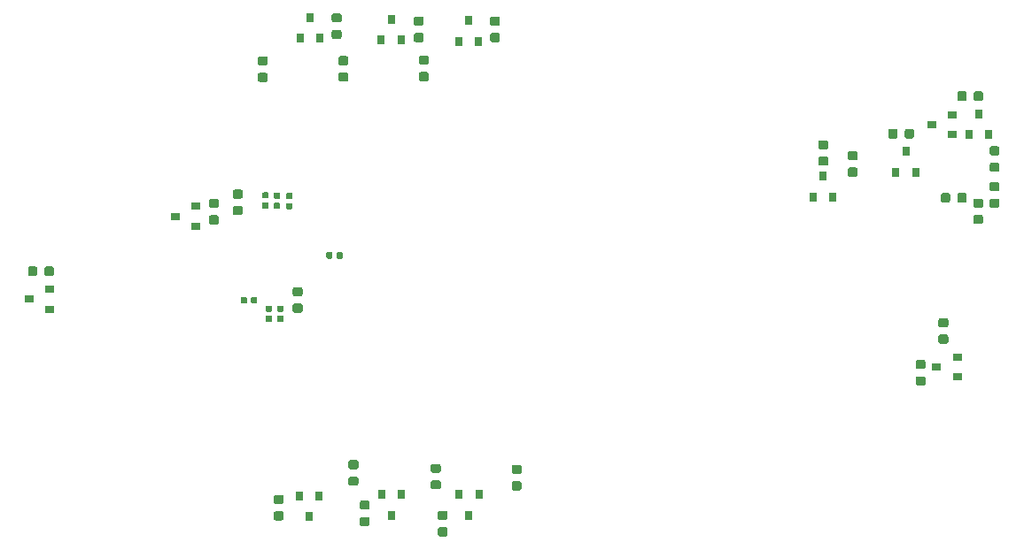
<source format=gbr>
G04 #@! TF.GenerationSoftware,KiCad,Pcbnew,(5.1.5)-3*
G04 #@! TF.CreationDate,2020-07-03T00:09:44-07:00*
G04 #@! TF.ProjectId,Pufferfish-Power-1,50756666-6572-4666-9973-682d506f7765,v0.1*
G04 #@! TF.SameCoordinates,Original*
G04 #@! TF.FileFunction,Paste,Bot*
G04 #@! TF.FilePolarity,Positive*
%FSLAX46Y46*%
G04 Gerber Fmt 4.6, Leading zero omitted, Abs format (unit mm)*
G04 Created by KiCad (PCBNEW (5.1.5)-3) date 2020-07-03 00:09:44*
%MOMM*%
%LPD*%
G04 APERTURE LIST*
%ADD10C,0.100000*%
%ADD11R,0.800000X0.900000*%
%ADD12R,0.900000X0.800000*%
G04 APERTURE END LIST*
D10*
G36*
X199464491Y-94483253D02*
G01*
X199485726Y-94486403D01*
X199506550Y-94491619D01*
X199526762Y-94498851D01*
X199546168Y-94508030D01*
X199564581Y-94519066D01*
X199581824Y-94531854D01*
X199597730Y-94546270D01*
X199612146Y-94562176D01*
X199624934Y-94579419D01*
X199635970Y-94597832D01*
X199645149Y-94617238D01*
X199652381Y-94637450D01*
X199657597Y-94658274D01*
X199660747Y-94679509D01*
X199661800Y-94700950D01*
X199661800Y-95138450D01*
X199660747Y-95159891D01*
X199657597Y-95181126D01*
X199652381Y-95201950D01*
X199645149Y-95222162D01*
X199635970Y-95241568D01*
X199624934Y-95259981D01*
X199612146Y-95277224D01*
X199597730Y-95293130D01*
X199581824Y-95307546D01*
X199564581Y-95320334D01*
X199546168Y-95331370D01*
X199526762Y-95340549D01*
X199506550Y-95347781D01*
X199485726Y-95352997D01*
X199464491Y-95356147D01*
X199443050Y-95357200D01*
X198930550Y-95357200D01*
X198909109Y-95356147D01*
X198887874Y-95352997D01*
X198867050Y-95347781D01*
X198846838Y-95340549D01*
X198827432Y-95331370D01*
X198809019Y-95320334D01*
X198791776Y-95307546D01*
X198775870Y-95293130D01*
X198761454Y-95277224D01*
X198748666Y-95259981D01*
X198737630Y-95241568D01*
X198728451Y-95222162D01*
X198721219Y-95201950D01*
X198716003Y-95181126D01*
X198712853Y-95159891D01*
X198711800Y-95138450D01*
X198711800Y-94700950D01*
X198712853Y-94679509D01*
X198716003Y-94658274D01*
X198721219Y-94637450D01*
X198728451Y-94617238D01*
X198737630Y-94597832D01*
X198748666Y-94579419D01*
X198761454Y-94562176D01*
X198775870Y-94546270D01*
X198791776Y-94531854D01*
X198809019Y-94519066D01*
X198827432Y-94508030D01*
X198846838Y-94498851D01*
X198867050Y-94491619D01*
X198887874Y-94486403D01*
X198909109Y-94483253D01*
X198930550Y-94482200D01*
X199443050Y-94482200D01*
X199464491Y-94483253D01*
G37*
G36*
X199464491Y-96058253D02*
G01*
X199485726Y-96061403D01*
X199506550Y-96066619D01*
X199526762Y-96073851D01*
X199546168Y-96083030D01*
X199564581Y-96094066D01*
X199581824Y-96106854D01*
X199597730Y-96121270D01*
X199612146Y-96137176D01*
X199624934Y-96154419D01*
X199635970Y-96172832D01*
X199645149Y-96192238D01*
X199652381Y-96212450D01*
X199657597Y-96233274D01*
X199660747Y-96254509D01*
X199661800Y-96275950D01*
X199661800Y-96713450D01*
X199660747Y-96734891D01*
X199657597Y-96756126D01*
X199652381Y-96776950D01*
X199645149Y-96797162D01*
X199635970Y-96816568D01*
X199624934Y-96834981D01*
X199612146Y-96852224D01*
X199597730Y-96868130D01*
X199581824Y-96882546D01*
X199564581Y-96895334D01*
X199546168Y-96906370D01*
X199526762Y-96915549D01*
X199506550Y-96922781D01*
X199485726Y-96927997D01*
X199464491Y-96931147D01*
X199443050Y-96932200D01*
X198930550Y-96932200D01*
X198909109Y-96931147D01*
X198887874Y-96927997D01*
X198867050Y-96922781D01*
X198846838Y-96915549D01*
X198827432Y-96906370D01*
X198809019Y-96895334D01*
X198791776Y-96882546D01*
X198775870Y-96868130D01*
X198761454Y-96852224D01*
X198748666Y-96834981D01*
X198737630Y-96816568D01*
X198728451Y-96797162D01*
X198721219Y-96776950D01*
X198716003Y-96756126D01*
X198712853Y-96734891D01*
X198711800Y-96713450D01*
X198711800Y-96275950D01*
X198712853Y-96254509D01*
X198716003Y-96233274D01*
X198721219Y-96212450D01*
X198728451Y-96192238D01*
X198737630Y-96172832D01*
X198748666Y-96154419D01*
X198761454Y-96137176D01*
X198775870Y-96121270D01*
X198791776Y-96106854D01*
X198809019Y-96094066D01*
X198827432Y-96083030D01*
X198846838Y-96073851D01*
X198867050Y-96066619D01*
X198887874Y-96061403D01*
X198909109Y-96058253D01*
X198930550Y-96057200D01*
X199443050Y-96057200D01*
X199464491Y-96058253D01*
G37*
D11*
X148971000Y-126374400D03*
X149921000Y-124374400D03*
X148021000Y-124374400D03*
X148920200Y-78984600D03*
X147970200Y-80984600D03*
X149870200Y-80984600D03*
X141554200Y-126399800D03*
X142504200Y-124399800D03*
X140604200Y-124399800D03*
X141528800Y-78883000D03*
X140578800Y-80883000D03*
X142478800Y-80883000D03*
X133705600Y-126526800D03*
X134655600Y-124526800D03*
X132755600Y-124526800D03*
X133756400Y-78705200D03*
X132806400Y-80705200D03*
X134706400Y-80705200D03*
D10*
G36*
X144930691Y-82367453D02*
G01*
X144951926Y-82370603D01*
X144972750Y-82375819D01*
X144992962Y-82383051D01*
X145012368Y-82392230D01*
X145030781Y-82403266D01*
X145048024Y-82416054D01*
X145063930Y-82430470D01*
X145078346Y-82446376D01*
X145091134Y-82463619D01*
X145102170Y-82482032D01*
X145111349Y-82501438D01*
X145118581Y-82521650D01*
X145123797Y-82542474D01*
X145126947Y-82563709D01*
X145128000Y-82585150D01*
X145128000Y-83022650D01*
X145126947Y-83044091D01*
X145123797Y-83065326D01*
X145118581Y-83086150D01*
X145111349Y-83106362D01*
X145102170Y-83125768D01*
X145091134Y-83144181D01*
X145078346Y-83161424D01*
X145063930Y-83177330D01*
X145048024Y-83191746D01*
X145030781Y-83204534D01*
X145012368Y-83215570D01*
X144992962Y-83224749D01*
X144972750Y-83231981D01*
X144951926Y-83237197D01*
X144930691Y-83240347D01*
X144909250Y-83241400D01*
X144396750Y-83241400D01*
X144375309Y-83240347D01*
X144354074Y-83237197D01*
X144333250Y-83231981D01*
X144313038Y-83224749D01*
X144293632Y-83215570D01*
X144275219Y-83204534D01*
X144257976Y-83191746D01*
X144242070Y-83177330D01*
X144227654Y-83161424D01*
X144214866Y-83144181D01*
X144203830Y-83125768D01*
X144194651Y-83106362D01*
X144187419Y-83086150D01*
X144182203Y-83065326D01*
X144179053Y-83044091D01*
X144178000Y-83022650D01*
X144178000Y-82585150D01*
X144179053Y-82563709D01*
X144182203Y-82542474D01*
X144187419Y-82521650D01*
X144194651Y-82501438D01*
X144203830Y-82482032D01*
X144214866Y-82463619D01*
X144227654Y-82446376D01*
X144242070Y-82430470D01*
X144257976Y-82416054D01*
X144275219Y-82403266D01*
X144293632Y-82392230D01*
X144313038Y-82383051D01*
X144333250Y-82375819D01*
X144354074Y-82370603D01*
X144375309Y-82367453D01*
X144396750Y-82366400D01*
X144909250Y-82366400D01*
X144930691Y-82367453D01*
G37*
G36*
X144930691Y-83942453D02*
G01*
X144951926Y-83945603D01*
X144972750Y-83950819D01*
X144992962Y-83958051D01*
X145012368Y-83967230D01*
X145030781Y-83978266D01*
X145048024Y-83991054D01*
X145063930Y-84005470D01*
X145078346Y-84021376D01*
X145091134Y-84038619D01*
X145102170Y-84057032D01*
X145111349Y-84076438D01*
X145118581Y-84096650D01*
X145123797Y-84117474D01*
X145126947Y-84138709D01*
X145128000Y-84160150D01*
X145128000Y-84597650D01*
X145126947Y-84619091D01*
X145123797Y-84640326D01*
X145118581Y-84661150D01*
X145111349Y-84681362D01*
X145102170Y-84700768D01*
X145091134Y-84719181D01*
X145078346Y-84736424D01*
X145063930Y-84752330D01*
X145048024Y-84766746D01*
X145030781Y-84779534D01*
X145012368Y-84790570D01*
X144992962Y-84799749D01*
X144972750Y-84806981D01*
X144951926Y-84812197D01*
X144930691Y-84815347D01*
X144909250Y-84816400D01*
X144396750Y-84816400D01*
X144375309Y-84815347D01*
X144354074Y-84812197D01*
X144333250Y-84806981D01*
X144313038Y-84799749D01*
X144293632Y-84790570D01*
X144275219Y-84779534D01*
X144257976Y-84766746D01*
X144242070Y-84752330D01*
X144227654Y-84736424D01*
X144214866Y-84719181D01*
X144203830Y-84700768D01*
X144194651Y-84681362D01*
X144187419Y-84661150D01*
X144182203Y-84640326D01*
X144179053Y-84619091D01*
X144178000Y-84597650D01*
X144178000Y-84160150D01*
X144179053Y-84138709D01*
X144182203Y-84117474D01*
X144187419Y-84096650D01*
X144194651Y-84076438D01*
X144203830Y-84057032D01*
X144214866Y-84038619D01*
X144227654Y-84021376D01*
X144242070Y-84005470D01*
X144257976Y-83991054D01*
X144275219Y-83978266D01*
X144293632Y-83967230D01*
X144313038Y-83958051D01*
X144333250Y-83950819D01*
X144354074Y-83945603D01*
X144375309Y-83942453D01*
X144396750Y-83941400D01*
X144909250Y-83941400D01*
X144930691Y-83942453D01*
G37*
G36*
X153795291Y-123134653D02*
G01*
X153816526Y-123137803D01*
X153837350Y-123143019D01*
X153857562Y-123150251D01*
X153876968Y-123159430D01*
X153895381Y-123170466D01*
X153912624Y-123183254D01*
X153928530Y-123197670D01*
X153942946Y-123213576D01*
X153955734Y-123230819D01*
X153966770Y-123249232D01*
X153975949Y-123268638D01*
X153983181Y-123288850D01*
X153988397Y-123309674D01*
X153991547Y-123330909D01*
X153992600Y-123352350D01*
X153992600Y-123789850D01*
X153991547Y-123811291D01*
X153988397Y-123832526D01*
X153983181Y-123853350D01*
X153975949Y-123873562D01*
X153966770Y-123892968D01*
X153955734Y-123911381D01*
X153942946Y-123928624D01*
X153928530Y-123944530D01*
X153912624Y-123958946D01*
X153895381Y-123971734D01*
X153876968Y-123982770D01*
X153857562Y-123991949D01*
X153837350Y-123999181D01*
X153816526Y-124004397D01*
X153795291Y-124007547D01*
X153773850Y-124008600D01*
X153261350Y-124008600D01*
X153239909Y-124007547D01*
X153218674Y-124004397D01*
X153197850Y-123999181D01*
X153177638Y-123991949D01*
X153158232Y-123982770D01*
X153139819Y-123971734D01*
X153122576Y-123958946D01*
X153106670Y-123944530D01*
X153092254Y-123928624D01*
X153079466Y-123911381D01*
X153068430Y-123892968D01*
X153059251Y-123873562D01*
X153052019Y-123853350D01*
X153046803Y-123832526D01*
X153043653Y-123811291D01*
X153042600Y-123789850D01*
X153042600Y-123352350D01*
X153043653Y-123330909D01*
X153046803Y-123309674D01*
X153052019Y-123288850D01*
X153059251Y-123268638D01*
X153068430Y-123249232D01*
X153079466Y-123230819D01*
X153092254Y-123213576D01*
X153106670Y-123197670D01*
X153122576Y-123183254D01*
X153139819Y-123170466D01*
X153158232Y-123159430D01*
X153177638Y-123150251D01*
X153197850Y-123143019D01*
X153218674Y-123137803D01*
X153239909Y-123134653D01*
X153261350Y-123133600D01*
X153773850Y-123133600D01*
X153795291Y-123134653D01*
G37*
G36*
X153795291Y-121559653D02*
G01*
X153816526Y-121562803D01*
X153837350Y-121568019D01*
X153857562Y-121575251D01*
X153876968Y-121584430D01*
X153895381Y-121595466D01*
X153912624Y-121608254D01*
X153928530Y-121622670D01*
X153942946Y-121638576D01*
X153955734Y-121655819D01*
X153966770Y-121674232D01*
X153975949Y-121693638D01*
X153983181Y-121713850D01*
X153988397Y-121734674D01*
X153991547Y-121755909D01*
X153992600Y-121777350D01*
X153992600Y-122214850D01*
X153991547Y-122236291D01*
X153988397Y-122257526D01*
X153983181Y-122278350D01*
X153975949Y-122298562D01*
X153966770Y-122317968D01*
X153955734Y-122336381D01*
X153942946Y-122353624D01*
X153928530Y-122369530D01*
X153912624Y-122383946D01*
X153895381Y-122396734D01*
X153876968Y-122407770D01*
X153857562Y-122416949D01*
X153837350Y-122424181D01*
X153816526Y-122429397D01*
X153795291Y-122432547D01*
X153773850Y-122433600D01*
X153261350Y-122433600D01*
X153239909Y-122432547D01*
X153218674Y-122429397D01*
X153197850Y-122424181D01*
X153177638Y-122416949D01*
X153158232Y-122407770D01*
X153139819Y-122396734D01*
X153122576Y-122383946D01*
X153106670Y-122369530D01*
X153092254Y-122353624D01*
X153079466Y-122336381D01*
X153068430Y-122317968D01*
X153059251Y-122298562D01*
X153052019Y-122278350D01*
X153046803Y-122257526D01*
X153043653Y-122236291D01*
X153042600Y-122214850D01*
X153042600Y-121777350D01*
X153043653Y-121755909D01*
X153046803Y-121734674D01*
X153052019Y-121713850D01*
X153059251Y-121693638D01*
X153068430Y-121674232D01*
X153079466Y-121655819D01*
X153092254Y-121638576D01*
X153106670Y-121622670D01*
X153122576Y-121608254D01*
X153139819Y-121595466D01*
X153158232Y-121584430D01*
X153177638Y-121575251D01*
X153197850Y-121568019D01*
X153218674Y-121562803D01*
X153239909Y-121559653D01*
X153261350Y-121558600D01*
X153773850Y-121558600D01*
X153795291Y-121559653D01*
G37*
G36*
X137234491Y-82418253D02*
G01*
X137255726Y-82421403D01*
X137276550Y-82426619D01*
X137296762Y-82433851D01*
X137316168Y-82443030D01*
X137334581Y-82454066D01*
X137351824Y-82466854D01*
X137367730Y-82481270D01*
X137382146Y-82497176D01*
X137394934Y-82514419D01*
X137405970Y-82532832D01*
X137415149Y-82552238D01*
X137422381Y-82572450D01*
X137427597Y-82593274D01*
X137430747Y-82614509D01*
X137431800Y-82635950D01*
X137431800Y-83073450D01*
X137430747Y-83094891D01*
X137427597Y-83116126D01*
X137422381Y-83136950D01*
X137415149Y-83157162D01*
X137405970Y-83176568D01*
X137394934Y-83194981D01*
X137382146Y-83212224D01*
X137367730Y-83228130D01*
X137351824Y-83242546D01*
X137334581Y-83255334D01*
X137316168Y-83266370D01*
X137296762Y-83275549D01*
X137276550Y-83282781D01*
X137255726Y-83287997D01*
X137234491Y-83291147D01*
X137213050Y-83292200D01*
X136700550Y-83292200D01*
X136679109Y-83291147D01*
X136657874Y-83287997D01*
X136637050Y-83282781D01*
X136616838Y-83275549D01*
X136597432Y-83266370D01*
X136579019Y-83255334D01*
X136561776Y-83242546D01*
X136545870Y-83228130D01*
X136531454Y-83212224D01*
X136518666Y-83194981D01*
X136507630Y-83176568D01*
X136498451Y-83157162D01*
X136491219Y-83136950D01*
X136486003Y-83116126D01*
X136482853Y-83094891D01*
X136481800Y-83073450D01*
X136481800Y-82635950D01*
X136482853Y-82614509D01*
X136486003Y-82593274D01*
X136491219Y-82572450D01*
X136498451Y-82552238D01*
X136507630Y-82532832D01*
X136518666Y-82514419D01*
X136531454Y-82497176D01*
X136545870Y-82481270D01*
X136561776Y-82466854D01*
X136579019Y-82454066D01*
X136597432Y-82443030D01*
X136616838Y-82433851D01*
X136637050Y-82426619D01*
X136657874Y-82421403D01*
X136679109Y-82418253D01*
X136700550Y-82417200D01*
X137213050Y-82417200D01*
X137234491Y-82418253D01*
G37*
G36*
X137234491Y-83993253D02*
G01*
X137255726Y-83996403D01*
X137276550Y-84001619D01*
X137296762Y-84008851D01*
X137316168Y-84018030D01*
X137334581Y-84029066D01*
X137351824Y-84041854D01*
X137367730Y-84056270D01*
X137382146Y-84072176D01*
X137394934Y-84089419D01*
X137405970Y-84107832D01*
X137415149Y-84127238D01*
X137422381Y-84147450D01*
X137427597Y-84168274D01*
X137430747Y-84189509D01*
X137431800Y-84210950D01*
X137431800Y-84648450D01*
X137430747Y-84669891D01*
X137427597Y-84691126D01*
X137422381Y-84711950D01*
X137415149Y-84732162D01*
X137405970Y-84751568D01*
X137394934Y-84769981D01*
X137382146Y-84787224D01*
X137367730Y-84803130D01*
X137351824Y-84817546D01*
X137334581Y-84830334D01*
X137316168Y-84841370D01*
X137296762Y-84850549D01*
X137276550Y-84857781D01*
X137255726Y-84862997D01*
X137234491Y-84866147D01*
X137213050Y-84867200D01*
X136700550Y-84867200D01*
X136679109Y-84866147D01*
X136657874Y-84862997D01*
X136637050Y-84857781D01*
X136616838Y-84850549D01*
X136597432Y-84841370D01*
X136579019Y-84830334D01*
X136561776Y-84817546D01*
X136545870Y-84803130D01*
X136531454Y-84787224D01*
X136518666Y-84769981D01*
X136507630Y-84751568D01*
X136498451Y-84732162D01*
X136491219Y-84711950D01*
X136486003Y-84691126D01*
X136482853Y-84669891D01*
X136481800Y-84648450D01*
X136481800Y-84210950D01*
X136482853Y-84189509D01*
X136486003Y-84168274D01*
X136491219Y-84147450D01*
X136498451Y-84127238D01*
X136507630Y-84107832D01*
X136518666Y-84089419D01*
X136531454Y-84072176D01*
X136545870Y-84056270D01*
X136561776Y-84041854D01*
X136579019Y-84029066D01*
X136597432Y-84018030D01*
X136616838Y-84008851D01*
X136637050Y-84001619D01*
X136657874Y-83996403D01*
X136679109Y-83993253D01*
X136700550Y-83992200D01*
X137213050Y-83992200D01*
X137234491Y-83993253D01*
G37*
G36*
X146073691Y-123033053D02*
G01*
X146094926Y-123036203D01*
X146115750Y-123041419D01*
X146135962Y-123048651D01*
X146155368Y-123057830D01*
X146173781Y-123068866D01*
X146191024Y-123081654D01*
X146206930Y-123096070D01*
X146221346Y-123111976D01*
X146234134Y-123129219D01*
X146245170Y-123147632D01*
X146254349Y-123167038D01*
X146261581Y-123187250D01*
X146266797Y-123208074D01*
X146269947Y-123229309D01*
X146271000Y-123250750D01*
X146271000Y-123688250D01*
X146269947Y-123709691D01*
X146266797Y-123730926D01*
X146261581Y-123751750D01*
X146254349Y-123771962D01*
X146245170Y-123791368D01*
X146234134Y-123809781D01*
X146221346Y-123827024D01*
X146206930Y-123842930D01*
X146191024Y-123857346D01*
X146173781Y-123870134D01*
X146155368Y-123881170D01*
X146135962Y-123890349D01*
X146115750Y-123897581D01*
X146094926Y-123902797D01*
X146073691Y-123905947D01*
X146052250Y-123907000D01*
X145539750Y-123907000D01*
X145518309Y-123905947D01*
X145497074Y-123902797D01*
X145476250Y-123897581D01*
X145456038Y-123890349D01*
X145436632Y-123881170D01*
X145418219Y-123870134D01*
X145400976Y-123857346D01*
X145385070Y-123842930D01*
X145370654Y-123827024D01*
X145357866Y-123809781D01*
X145346830Y-123791368D01*
X145337651Y-123771962D01*
X145330419Y-123751750D01*
X145325203Y-123730926D01*
X145322053Y-123709691D01*
X145321000Y-123688250D01*
X145321000Y-123250750D01*
X145322053Y-123229309D01*
X145325203Y-123208074D01*
X145330419Y-123187250D01*
X145337651Y-123167038D01*
X145346830Y-123147632D01*
X145357866Y-123129219D01*
X145370654Y-123111976D01*
X145385070Y-123096070D01*
X145400976Y-123081654D01*
X145418219Y-123068866D01*
X145436632Y-123057830D01*
X145456038Y-123048651D01*
X145476250Y-123041419D01*
X145497074Y-123036203D01*
X145518309Y-123033053D01*
X145539750Y-123032000D01*
X146052250Y-123032000D01*
X146073691Y-123033053D01*
G37*
G36*
X146073691Y-121458053D02*
G01*
X146094926Y-121461203D01*
X146115750Y-121466419D01*
X146135962Y-121473651D01*
X146155368Y-121482830D01*
X146173781Y-121493866D01*
X146191024Y-121506654D01*
X146206930Y-121521070D01*
X146221346Y-121536976D01*
X146234134Y-121554219D01*
X146245170Y-121572632D01*
X146254349Y-121592038D01*
X146261581Y-121612250D01*
X146266797Y-121633074D01*
X146269947Y-121654309D01*
X146271000Y-121675750D01*
X146271000Y-122113250D01*
X146269947Y-122134691D01*
X146266797Y-122155926D01*
X146261581Y-122176750D01*
X146254349Y-122196962D01*
X146245170Y-122216368D01*
X146234134Y-122234781D01*
X146221346Y-122252024D01*
X146206930Y-122267930D01*
X146191024Y-122282346D01*
X146173781Y-122295134D01*
X146155368Y-122306170D01*
X146135962Y-122315349D01*
X146115750Y-122322581D01*
X146094926Y-122327797D01*
X146073691Y-122330947D01*
X146052250Y-122332000D01*
X145539750Y-122332000D01*
X145518309Y-122330947D01*
X145497074Y-122327797D01*
X145476250Y-122322581D01*
X145456038Y-122315349D01*
X145436632Y-122306170D01*
X145418219Y-122295134D01*
X145400976Y-122282346D01*
X145385070Y-122267930D01*
X145370654Y-122252024D01*
X145357866Y-122234781D01*
X145346830Y-122216368D01*
X145337651Y-122196962D01*
X145330419Y-122176750D01*
X145325203Y-122155926D01*
X145322053Y-122134691D01*
X145321000Y-122113250D01*
X145321000Y-121675750D01*
X145322053Y-121654309D01*
X145325203Y-121633074D01*
X145330419Y-121612250D01*
X145337651Y-121592038D01*
X145346830Y-121572632D01*
X145357866Y-121554219D01*
X145370654Y-121536976D01*
X145385070Y-121521070D01*
X145400976Y-121506654D01*
X145418219Y-121493866D01*
X145436632Y-121482830D01*
X145456038Y-121473651D01*
X145476250Y-121466419D01*
X145497074Y-121461203D01*
X145518309Y-121458053D01*
X145539750Y-121457000D01*
X146052250Y-121457000D01*
X146073691Y-121458053D01*
G37*
G36*
X138199691Y-122677453D02*
G01*
X138220926Y-122680603D01*
X138241750Y-122685819D01*
X138261962Y-122693051D01*
X138281368Y-122702230D01*
X138299781Y-122713266D01*
X138317024Y-122726054D01*
X138332930Y-122740470D01*
X138347346Y-122756376D01*
X138360134Y-122773619D01*
X138371170Y-122792032D01*
X138380349Y-122811438D01*
X138387581Y-122831650D01*
X138392797Y-122852474D01*
X138395947Y-122873709D01*
X138397000Y-122895150D01*
X138397000Y-123332650D01*
X138395947Y-123354091D01*
X138392797Y-123375326D01*
X138387581Y-123396150D01*
X138380349Y-123416362D01*
X138371170Y-123435768D01*
X138360134Y-123454181D01*
X138347346Y-123471424D01*
X138332930Y-123487330D01*
X138317024Y-123501746D01*
X138299781Y-123514534D01*
X138281368Y-123525570D01*
X138261962Y-123534749D01*
X138241750Y-123541981D01*
X138220926Y-123547197D01*
X138199691Y-123550347D01*
X138178250Y-123551400D01*
X137665750Y-123551400D01*
X137644309Y-123550347D01*
X137623074Y-123547197D01*
X137602250Y-123541981D01*
X137582038Y-123534749D01*
X137562632Y-123525570D01*
X137544219Y-123514534D01*
X137526976Y-123501746D01*
X137511070Y-123487330D01*
X137496654Y-123471424D01*
X137483866Y-123454181D01*
X137472830Y-123435768D01*
X137463651Y-123416362D01*
X137456419Y-123396150D01*
X137451203Y-123375326D01*
X137448053Y-123354091D01*
X137447000Y-123332650D01*
X137447000Y-122895150D01*
X137448053Y-122873709D01*
X137451203Y-122852474D01*
X137456419Y-122831650D01*
X137463651Y-122811438D01*
X137472830Y-122792032D01*
X137483866Y-122773619D01*
X137496654Y-122756376D01*
X137511070Y-122740470D01*
X137526976Y-122726054D01*
X137544219Y-122713266D01*
X137562632Y-122702230D01*
X137582038Y-122693051D01*
X137602250Y-122685819D01*
X137623074Y-122680603D01*
X137644309Y-122677453D01*
X137665750Y-122676400D01*
X138178250Y-122676400D01*
X138199691Y-122677453D01*
G37*
G36*
X138199691Y-121102453D02*
G01*
X138220926Y-121105603D01*
X138241750Y-121110819D01*
X138261962Y-121118051D01*
X138281368Y-121127230D01*
X138299781Y-121138266D01*
X138317024Y-121151054D01*
X138332930Y-121165470D01*
X138347346Y-121181376D01*
X138360134Y-121198619D01*
X138371170Y-121217032D01*
X138380349Y-121236438D01*
X138387581Y-121256650D01*
X138392797Y-121277474D01*
X138395947Y-121298709D01*
X138397000Y-121320150D01*
X138397000Y-121757650D01*
X138395947Y-121779091D01*
X138392797Y-121800326D01*
X138387581Y-121821150D01*
X138380349Y-121841362D01*
X138371170Y-121860768D01*
X138360134Y-121879181D01*
X138347346Y-121896424D01*
X138332930Y-121912330D01*
X138317024Y-121926746D01*
X138299781Y-121939534D01*
X138281368Y-121950570D01*
X138261962Y-121959749D01*
X138241750Y-121966981D01*
X138220926Y-121972197D01*
X138199691Y-121975347D01*
X138178250Y-121976400D01*
X137665750Y-121976400D01*
X137644309Y-121975347D01*
X137623074Y-121972197D01*
X137602250Y-121966981D01*
X137582038Y-121959749D01*
X137562632Y-121950570D01*
X137544219Y-121939534D01*
X137526976Y-121926746D01*
X137511070Y-121912330D01*
X137496654Y-121896424D01*
X137483866Y-121879181D01*
X137472830Y-121860768D01*
X137463651Y-121841362D01*
X137456419Y-121821150D01*
X137451203Y-121800326D01*
X137448053Y-121779091D01*
X137447000Y-121757650D01*
X137447000Y-121320150D01*
X137448053Y-121298709D01*
X137451203Y-121277474D01*
X137456419Y-121256650D01*
X137463651Y-121236438D01*
X137472830Y-121217032D01*
X137483866Y-121198619D01*
X137496654Y-121181376D01*
X137511070Y-121165470D01*
X137526976Y-121151054D01*
X137544219Y-121138266D01*
X137562632Y-121127230D01*
X137582038Y-121118051D01*
X137602250Y-121110819D01*
X137623074Y-121105603D01*
X137644309Y-121102453D01*
X137665750Y-121101400D01*
X138178250Y-121101400D01*
X138199691Y-121102453D01*
G37*
G36*
X129538291Y-82443653D02*
G01*
X129559526Y-82446803D01*
X129580350Y-82452019D01*
X129600562Y-82459251D01*
X129619968Y-82468430D01*
X129638381Y-82479466D01*
X129655624Y-82492254D01*
X129671530Y-82506670D01*
X129685946Y-82522576D01*
X129698734Y-82539819D01*
X129709770Y-82558232D01*
X129718949Y-82577638D01*
X129726181Y-82597850D01*
X129731397Y-82618674D01*
X129734547Y-82639909D01*
X129735600Y-82661350D01*
X129735600Y-83098850D01*
X129734547Y-83120291D01*
X129731397Y-83141526D01*
X129726181Y-83162350D01*
X129718949Y-83182562D01*
X129709770Y-83201968D01*
X129698734Y-83220381D01*
X129685946Y-83237624D01*
X129671530Y-83253530D01*
X129655624Y-83267946D01*
X129638381Y-83280734D01*
X129619968Y-83291770D01*
X129600562Y-83300949D01*
X129580350Y-83308181D01*
X129559526Y-83313397D01*
X129538291Y-83316547D01*
X129516850Y-83317600D01*
X129004350Y-83317600D01*
X128982909Y-83316547D01*
X128961674Y-83313397D01*
X128940850Y-83308181D01*
X128920638Y-83300949D01*
X128901232Y-83291770D01*
X128882819Y-83280734D01*
X128865576Y-83267946D01*
X128849670Y-83253530D01*
X128835254Y-83237624D01*
X128822466Y-83220381D01*
X128811430Y-83201968D01*
X128802251Y-83182562D01*
X128795019Y-83162350D01*
X128789803Y-83141526D01*
X128786653Y-83120291D01*
X128785600Y-83098850D01*
X128785600Y-82661350D01*
X128786653Y-82639909D01*
X128789803Y-82618674D01*
X128795019Y-82597850D01*
X128802251Y-82577638D01*
X128811430Y-82558232D01*
X128822466Y-82539819D01*
X128835254Y-82522576D01*
X128849670Y-82506670D01*
X128865576Y-82492254D01*
X128882819Y-82479466D01*
X128901232Y-82468430D01*
X128920638Y-82459251D01*
X128940850Y-82452019D01*
X128961674Y-82446803D01*
X128982909Y-82443653D01*
X129004350Y-82442600D01*
X129516850Y-82442600D01*
X129538291Y-82443653D01*
G37*
G36*
X129538291Y-84018653D02*
G01*
X129559526Y-84021803D01*
X129580350Y-84027019D01*
X129600562Y-84034251D01*
X129619968Y-84043430D01*
X129638381Y-84054466D01*
X129655624Y-84067254D01*
X129671530Y-84081670D01*
X129685946Y-84097576D01*
X129698734Y-84114819D01*
X129709770Y-84133232D01*
X129718949Y-84152638D01*
X129726181Y-84172850D01*
X129731397Y-84193674D01*
X129734547Y-84214909D01*
X129735600Y-84236350D01*
X129735600Y-84673850D01*
X129734547Y-84695291D01*
X129731397Y-84716526D01*
X129726181Y-84737350D01*
X129718949Y-84757562D01*
X129709770Y-84776968D01*
X129698734Y-84795381D01*
X129685946Y-84812624D01*
X129671530Y-84828530D01*
X129655624Y-84842946D01*
X129638381Y-84855734D01*
X129619968Y-84866770D01*
X129600562Y-84875949D01*
X129580350Y-84883181D01*
X129559526Y-84888397D01*
X129538291Y-84891547D01*
X129516850Y-84892600D01*
X129004350Y-84892600D01*
X128982909Y-84891547D01*
X128961674Y-84888397D01*
X128940850Y-84883181D01*
X128920638Y-84875949D01*
X128901232Y-84866770D01*
X128882819Y-84855734D01*
X128865576Y-84842946D01*
X128849670Y-84828530D01*
X128835254Y-84812624D01*
X128822466Y-84795381D01*
X128811430Y-84776968D01*
X128802251Y-84757562D01*
X128795019Y-84737350D01*
X128789803Y-84716526D01*
X128786653Y-84695291D01*
X128785600Y-84673850D01*
X128785600Y-84236350D01*
X128786653Y-84214909D01*
X128789803Y-84193674D01*
X128795019Y-84172850D01*
X128802251Y-84152638D01*
X128811430Y-84133232D01*
X128822466Y-84114819D01*
X128835254Y-84097576D01*
X128849670Y-84081670D01*
X128865576Y-84067254D01*
X128882819Y-84054466D01*
X128901232Y-84043430D01*
X128920638Y-84034251D01*
X128940850Y-84027019D01*
X128961674Y-84021803D01*
X128982909Y-84018653D01*
X129004350Y-84017600D01*
X129516850Y-84017600D01*
X129538291Y-84018653D01*
G37*
G36*
X183106891Y-92045053D02*
G01*
X183128126Y-92048203D01*
X183148950Y-92053419D01*
X183169162Y-92060651D01*
X183188568Y-92069830D01*
X183206981Y-92080866D01*
X183224224Y-92093654D01*
X183240130Y-92108070D01*
X183254546Y-92123976D01*
X183267334Y-92141219D01*
X183278370Y-92159632D01*
X183287549Y-92179038D01*
X183294781Y-92199250D01*
X183299997Y-92220074D01*
X183303147Y-92241309D01*
X183304200Y-92262750D01*
X183304200Y-92700250D01*
X183303147Y-92721691D01*
X183299997Y-92742926D01*
X183294781Y-92763750D01*
X183287549Y-92783962D01*
X183278370Y-92803368D01*
X183267334Y-92821781D01*
X183254546Y-92839024D01*
X183240130Y-92854930D01*
X183224224Y-92869346D01*
X183206981Y-92882134D01*
X183188568Y-92893170D01*
X183169162Y-92902349D01*
X183148950Y-92909581D01*
X183128126Y-92914797D01*
X183106891Y-92917947D01*
X183085450Y-92919000D01*
X182572950Y-92919000D01*
X182551509Y-92917947D01*
X182530274Y-92914797D01*
X182509450Y-92909581D01*
X182489238Y-92902349D01*
X182469832Y-92893170D01*
X182451419Y-92882134D01*
X182434176Y-92869346D01*
X182418270Y-92854930D01*
X182403854Y-92839024D01*
X182391066Y-92821781D01*
X182380030Y-92803368D01*
X182370851Y-92783962D01*
X182363619Y-92763750D01*
X182358403Y-92742926D01*
X182355253Y-92721691D01*
X182354200Y-92700250D01*
X182354200Y-92262750D01*
X182355253Y-92241309D01*
X182358403Y-92220074D01*
X182363619Y-92199250D01*
X182370851Y-92179038D01*
X182380030Y-92159632D01*
X182391066Y-92141219D01*
X182403854Y-92123976D01*
X182418270Y-92108070D01*
X182434176Y-92093654D01*
X182451419Y-92080866D01*
X182469832Y-92069830D01*
X182489238Y-92060651D01*
X182509450Y-92053419D01*
X182530274Y-92048203D01*
X182551509Y-92045053D01*
X182572950Y-92044000D01*
X183085450Y-92044000D01*
X183106891Y-92045053D01*
G37*
G36*
X183106891Y-90470053D02*
G01*
X183128126Y-90473203D01*
X183148950Y-90478419D01*
X183169162Y-90485651D01*
X183188568Y-90494830D01*
X183206981Y-90505866D01*
X183224224Y-90518654D01*
X183240130Y-90533070D01*
X183254546Y-90548976D01*
X183267334Y-90566219D01*
X183278370Y-90584632D01*
X183287549Y-90604038D01*
X183294781Y-90624250D01*
X183299997Y-90645074D01*
X183303147Y-90666309D01*
X183304200Y-90687750D01*
X183304200Y-91125250D01*
X183303147Y-91146691D01*
X183299997Y-91167926D01*
X183294781Y-91188750D01*
X183287549Y-91208962D01*
X183278370Y-91228368D01*
X183267334Y-91246781D01*
X183254546Y-91264024D01*
X183240130Y-91279930D01*
X183224224Y-91294346D01*
X183206981Y-91307134D01*
X183188568Y-91318170D01*
X183169162Y-91327349D01*
X183148950Y-91334581D01*
X183128126Y-91339797D01*
X183106891Y-91342947D01*
X183085450Y-91344000D01*
X182572950Y-91344000D01*
X182551509Y-91342947D01*
X182530274Y-91339797D01*
X182509450Y-91334581D01*
X182489238Y-91327349D01*
X182469832Y-91318170D01*
X182451419Y-91307134D01*
X182434176Y-91294346D01*
X182418270Y-91279930D01*
X182403854Y-91264024D01*
X182391066Y-91246781D01*
X182380030Y-91228368D01*
X182370851Y-91208962D01*
X182363619Y-91188750D01*
X182358403Y-91167926D01*
X182355253Y-91146691D01*
X182354200Y-91125250D01*
X182354200Y-90687750D01*
X182355253Y-90666309D01*
X182358403Y-90645074D01*
X182363619Y-90624250D01*
X182370851Y-90604038D01*
X182380030Y-90584632D01*
X182391066Y-90566219D01*
X182403854Y-90548976D01*
X182418270Y-90533070D01*
X182434176Y-90518654D01*
X182451419Y-90505866D01*
X182469832Y-90494830D01*
X182489238Y-90485651D01*
X182509450Y-90478419D01*
X182530274Y-90473203D01*
X182551509Y-90470053D01*
X182572950Y-90469000D01*
X183085450Y-90469000D01*
X183106891Y-90470053D01*
G37*
G36*
X192403291Y-113076253D02*
G01*
X192424526Y-113079403D01*
X192445350Y-113084619D01*
X192465562Y-113091851D01*
X192484968Y-113101030D01*
X192503381Y-113112066D01*
X192520624Y-113124854D01*
X192536530Y-113139270D01*
X192550946Y-113155176D01*
X192563734Y-113172419D01*
X192574770Y-113190832D01*
X192583949Y-113210238D01*
X192591181Y-113230450D01*
X192596397Y-113251274D01*
X192599547Y-113272509D01*
X192600600Y-113293950D01*
X192600600Y-113731450D01*
X192599547Y-113752891D01*
X192596397Y-113774126D01*
X192591181Y-113794950D01*
X192583949Y-113815162D01*
X192574770Y-113834568D01*
X192563734Y-113852981D01*
X192550946Y-113870224D01*
X192536530Y-113886130D01*
X192520624Y-113900546D01*
X192503381Y-113913334D01*
X192484968Y-113924370D01*
X192465562Y-113933549D01*
X192445350Y-113940781D01*
X192424526Y-113945997D01*
X192403291Y-113949147D01*
X192381850Y-113950200D01*
X191869350Y-113950200D01*
X191847909Y-113949147D01*
X191826674Y-113945997D01*
X191805850Y-113940781D01*
X191785638Y-113933549D01*
X191766232Y-113924370D01*
X191747819Y-113913334D01*
X191730576Y-113900546D01*
X191714670Y-113886130D01*
X191700254Y-113870224D01*
X191687466Y-113852981D01*
X191676430Y-113834568D01*
X191667251Y-113815162D01*
X191660019Y-113794950D01*
X191654803Y-113774126D01*
X191651653Y-113752891D01*
X191650600Y-113731450D01*
X191650600Y-113293950D01*
X191651653Y-113272509D01*
X191654803Y-113251274D01*
X191660019Y-113230450D01*
X191667251Y-113210238D01*
X191676430Y-113190832D01*
X191687466Y-113172419D01*
X191700254Y-113155176D01*
X191714670Y-113139270D01*
X191730576Y-113124854D01*
X191747819Y-113112066D01*
X191766232Y-113101030D01*
X191785638Y-113091851D01*
X191805850Y-113084619D01*
X191826674Y-113079403D01*
X191847909Y-113076253D01*
X191869350Y-113075200D01*
X192381850Y-113075200D01*
X192403291Y-113076253D01*
G37*
G36*
X192403291Y-111501253D02*
G01*
X192424526Y-111504403D01*
X192445350Y-111509619D01*
X192465562Y-111516851D01*
X192484968Y-111526030D01*
X192503381Y-111537066D01*
X192520624Y-111549854D01*
X192536530Y-111564270D01*
X192550946Y-111580176D01*
X192563734Y-111597419D01*
X192574770Y-111615832D01*
X192583949Y-111635238D01*
X192591181Y-111655450D01*
X192596397Y-111676274D01*
X192599547Y-111697509D01*
X192600600Y-111718950D01*
X192600600Y-112156450D01*
X192599547Y-112177891D01*
X192596397Y-112199126D01*
X192591181Y-112219950D01*
X192583949Y-112240162D01*
X192574770Y-112259568D01*
X192563734Y-112277981D01*
X192550946Y-112295224D01*
X192536530Y-112311130D01*
X192520624Y-112325546D01*
X192503381Y-112338334D01*
X192484968Y-112349370D01*
X192465562Y-112358549D01*
X192445350Y-112365781D01*
X192424526Y-112370997D01*
X192403291Y-112374147D01*
X192381850Y-112375200D01*
X191869350Y-112375200D01*
X191847909Y-112374147D01*
X191826674Y-112370997D01*
X191805850Y-112365781D01*
X191785638Y-112358549D01*
X191766232Y-112349370D01*
X191747819Y-112338334D01*
X191730576Y-112325546D01*
X191714670Y-112311130D01*
X191700254Y-112295224D01*
X191687466Y-112277981D01*
X191676430Y-112259568D01*
X191667251Y-112240162D01*
X191660019Y-112219950D01*
X191654803Y-112199126D01*
X191651653Y-112177891D01*
X191650600Y-112156450D01*
X191650600Y-111718950D01*
X191651653Y-111697509D01*
X191654803Y-111676274D01*
X191660019Y-111655450D01*
X191667251Y-111635238D01*
X191676430Y-111615832D01*
X191687466Y-111597419D01*
X191700254Y-111580176D01*
X191714670Y-111564270D01*
X191730576Y-111549854D01*
X191747819Y-111537066D01*
X191766232Y-111526030D01*
X191785638Y-111516851D01*
X191805850Y-111509619D01*
X191826674Y-111504403D01*
X191847909Y-111501253D01*
X191869350Y-111500200D01*
X192381850Y-111500200D01*
X192403291Y-111501253D01*
G37*
G36*
X197903091Y-85784453D02*
G01*
X197924326Y-85787603D01*
X197945150Y-85792819D01*
X197965362Y-85800051D01*
X197984768Y-85809230D01*
X198003181Y-85820266D01*
X198020424Y-85833054D01*
X198036330Y-85847470D01*
X198050746Y-85863376D01*
X198063534Y-85880619D01*
X198074570Y-85899032D01*
X198083749Y-85918438D01*
X198090981Y-85938650D01*
X198096197Y-85959474D01*
X198099347Y-85980709D01*
X198100400Y-86002150D01*
X198100400Y-86514650D01*
X198099347Y-86536091D01*
X198096197Y-86557326D01*
X198090981Y-86578150D01*
X198083749Y-86598362D01*
X198074570Y-86617768D01*
X198063534Y-86636181D01*
X198050746Y-86653424D01*
X198036330Y-86669330D01*
X198020424Y-86683746D01*
X198003181Y-86696534D01*
X197984768Y-86707570D01*
X197965362Y-86716749D01*
X197945150Y-86723981D01*
X197924326Y-86729197D01*
X197903091Y-86732347D01*
X197881650Y-86733400D01*
X197444150Y-86733400D01*
X197422709Y-86732347D01*
X197401474Y-86729197D01*
X197380650Y-86723981D01*
X197360438Y-86716749D01*
X197341032Y-86707570D01*
X197322619Y-86696534D01*
X197305376Y-86683746D01*
X197289470Y-86669330D01*
X197275054Y-86653424D01*
X197262266Y-86636181D01*
X197251230Y-86617768D01*
X197242051Y-86598362D01*
X197234819Y-86578150D01*
X197229603Y-86557326D01*
X197226453Y-86536091D01*
X197225400Y-86514650D01*
X197225400Y-86002150D01*
X197226453Y-85980709D01*
X197229603Y-85959474D01*
X197234819Y-85938650D01*
X197242051Y-85918438D01*
X197251230Y-85899032D01*
X197262266Y-85880619D01*
X197275054Y-85863376D01*
X197289470Y-85847470D01*
X197305376Y-85833054D01*
X197322619Y-85820266D01*
X197341032Y-85809230D01*
X197360438Y-85800051D01*
X197380650Y-85792819D01*
X197401474Y-85787603D01*
X197422709Y-85784453D01*
X197444150Y-85783400D01*
X197881650Y-85783400D01*
X197903091Y-85784453D01*
G37*
G36*
X196328091Y-85784453D02*
G01*
X196349326Y-85787603D01*
X196370150Y-85792819D01*
X196390362Y-85800051D01*
X196409768Y-85809230D01*
X196428181Y-85820266D01*
X196445424Y-85833054D01*
X196461330Y-85847470D01*
X196475746Y-85863376D01*
X196488534Y-85880619D01*
X196499570Y-85899032D01*
X196508749Y-85918438D01*
X196515981Y-85938650D01*
X196521197Y-85959474D01*
X196524347Y-85980709D01*
X196525400Y-86002150D01*
X196525400Y-86514650D01*
X196524347Y-86536091D01*
X196521197Y-86557326D01*
X196515981Y-86578150D01*
X196508749Y-86598362D01*
X196499570Y-86617768D01*
X196488534Y-86636181D01*
X196475746Y-86653424D01*
X196461330Y-86669330D01*
X196445424Y-86683746D01*
X196428181Y-86696534D01*
X196409768Y-86707570D01*
X196390362Y-86716749D01*
X196370150Y-86723981D01*
X196349326Y-86729197D01*
X196328091Y-86732347D01*
X196306650Y-86733400D01*
X195869150Y-86733400D01*
X195847709Y-86732347D01*
X195826474Y-86729197D01*
X195805650Y-86723981D01*
X195785438Y-86716749D01*
X195766032Y-86707570D01*
X195747619Y-86696534D01*
X195730376Y-86683746D01*
X195714470Y-86669330D01*
X195700054Y-86653424D01*
X195687266Y-86636181D01*
X195676230Y-86617768D01*
X195667051Y-86598362D01*
X195659819Y-86578150D01*
X195654603Y-86557326D01*
X195651453Y-86536091D01*
X195650400Y-86514650D01*
X195650400Y-86002150D01*
X195651453Y-85980709D01*
X195654603Y-85959474D01*
X195659819Y-85938650D01*
X195667051Y-85918438D01*
X195676230Y-85899032D01*
X195687266Y-85880619D01*
X195700054Y-85863376D01*
X195714470Y-85847470D01*
X195730376Y-85833054D01*
X195747619Y-85820266D01*
X195766032Y-85809230D01*
X195785438Y-85800051D01*
X195805650Y-85792819D01*
X195826474Y-85787603D01*
X195847709Y-85784453D01*
X195869150Y-85783400D01*
X196306650Y-85783400D01*
X196328091Y-85784453D01*
G37*
G36*
X107504291Y-102548453D02*
G01*
X107525526Y-102551603D01*
X107546350Y-102556819D01*
X107566562Y-102564051D01*
X107585968Y-102573230D01*
X107604381Y-102584266D01*
X107621624Y-102597054D01*
X107637530Y-102611470D01*
X107651946Y-102627376D01*
X107664734Y-102644619D01*
X107675770Y-102663032D01*
X107684949Y-102682438D01*
X107692181Y-102702650D01*
X107697397Y-102723474D01*
X107700547Y-102744709D01*
X107701600Y-102766150D01*
X107701600Y-103278650D01*
X107700547Y-103300091D01*
X107697397Y-103321326D01*
X107692181Y-103342150D01*
X107684949Y-103362362D01*
X107675770Y-103381768D01*
X107664734Y-103400181D01*
X107651946Y-103417424D01*
X107637530Y-103433330D01*
X107621624Y-103447746D01*
X107604381Y-103460534D01*
X107585968Y-103471570D01*
X107566562Y-103480749D01*
X107546350Y-103487981D01*
X107525526Y-103493197D01*
X107504291Y-103496347D01*
X107482850Y-103497400D01*
X107045350Y-103497400D01*
X107023909Y-103496347D01*
X107002674Y-103493197D01*
X106981850Y-103487981D01*
X106961638Y-103480749D01*
X106942232Y-103471570D01*
X106923819Y-103460534D01*
X106906576Y-103447746D01*
X106890670Y-103433330D01*
X106876254Y-103417424D01*
X106863466Y-103400181D01*
X106852430Y-103381768D01*
X106843251Y-103362362D01*
X106836019Y-103342150D01*
X106830803Y-103321326D01*
X106827653Y-103300091D01*
X106826600Y-103278650D01*
X106826600Y-102766150D01*
X106827653Y-102744709D01*
X106830803Y-102723474D01*
X106836019Y-102702650D01*
X106843251Y-102682438D01*
X106852430Y-102663032D01*
X106863466Y-102644619D01*
X106876254Y-102627376D01*
X106890670Y-102611470D01*
X106906576Y-102597054D01*
X106923819Y-102584266D01*
X106942232Y-102573230D01*
X106961638Y-102564051D01*
X106981850Y-102556819D01*
X107002674Y-102551603D01*
X107023909Y-102548453D01*
X107045350Y-102547400D01*
X107482850Y-102547400D01*
X107504291Y-102548453D01*
G37*
G36*
X109079291Y-102548453D02*
G01*
X109100526Y-102551603D01*
X109121350Y-102556819D01*
X109141562Y-102564051D01*
X109160968Y-102573230D01*
X109179381Y-102584266D01*
X109196624Y-102597054D01*
X109212530Y-102611470D01*
X109226946Y-102627376D01*
X109239734Y-102644619D01*
X109250770Y-102663032D01*
X109259949Y-102682438D01*
X109267181Y-102702650D01*
X109272397Y-102723474D01*
X109275547Y-102744709D01*
X109276600Y-102766150D01*
X109276600Y-103278650D01*
X109275547Y-103300091D01*
X109272397Y-103321326D01*
X109267181Y-103342150D01*
X109259949Y-103362362D01*
X109250770Y-103381768D01*
X109239734Y-103400181D01*
X109226946Y-103417424D01*
X109212530Y-103433330D01*
X109196624Y-103447746D01*
X109179381Y-103460534D01*
X109160968Y-103471570D01*
X109141562Y-103480749D01*
X109121350Y-103487981D01*
X109100526Y-103493197D01*
X109079291Y-103496347D01*
X109057850Y-103497400D01*
X108620350Y-103497400D01*
X108598909Y-103496347D01*
X108577674Y-103493197D01*
X108556850Y-103487981D01*
X108536638Y-103480749D01*
X108517232Y-103471570D01*
X108498819Y-103460534D01*
X108481576Y-103447746D01*
X108465670Y-103433330D01*
X108451254Y-103417424D01*
X108438466Y-103400181D01*
X108427430Y-103381768D01*
X108418251Y-103362362D01*
X108411019Y-103342150D01*
X108405803Y-103321326D01*
X108402653Y-103300091D01*
X108401600Y-103278650D01*
X108401600Y-102766150D01*
X108402653Y-102744709D01*
X108405803Y-102723474D01*
X108411019Y-102702650D01*
X108418251Y-102682438D01*
X108427430Y-102663032D01*
X108438466Y-102644619D01*
X108451254Y-102627376D01*
X108465670Y-102611470D01*
X108481576Y-102597054D01*
X108498819Y-102584266D01*
X108517232Y-102573230D01*
X108536638Y-102564051D01*
X108556850Y-102556819D01*
X108577674Y-102551603D01*
X108598909Y-102548453D01*
X108620350Y-102547400D01*
X109057850Y-102547400D01*
X109079291Y-102548453D01*
G37*
D11*
X182788600Y-93910400D03*
X181838600Y-95910400D03*
X183738600Y-95910400D03*
D12*
X193665600Y-112166400D03*
X195665600Y-113116400D03*
X195665600Y-111216400D03*
D11*
X197688200Y-87950800D03*
X196738200Y-89950800D03*
X198638200Y-89950800D03*
D12*
X106924600Y-105689400D03*
X108924600Y-106639400D03*
X108924600Y-104739400D03*
D10*
G36*
X146734091Y-125953853D02*
G01*
X146755326Y-125957003D01*
X146776150Y-125962219D01*
X146796362Y-125969451D01*
X146815768Y-125978630D01*
X146834181Y-125989666D01*
X146851424Y-126002454D01*
X146867330Y-126016870D01*
X146881746Y-126032776D01*
X146894534Y-126050019D01*
X146905570Y-126068432D01*
X146914749Y-126087838D01*
X146921981Y-126108050D01*
X146927197Y-126128874D01*
X146930347Y-126150109D01*
X146931400Y-126171550D01*
X146931400Y-126609050D01*
X146930347Y-126630491D01*
X146927197Y-126651726D01*
X146921981Y-126672550D01*
X146914749Y-126692762D01*
X146905570Y-126712168D01*
X146894534Y-126730581D01*
X146881746Y-126747824D01*
X146867330Y-126763730D01*
X146851424Y-126778146D01*
X146834181Y-126790934D01*
X146815768Y-126801970D01*
X146796362Y-126811149D01*
X146776150Y-126818381D01*
X146755326Y-126823597D01*
X146734091Y-126826747D01*
X146712650Y-126827800D01*
X146200150Y-126827800D01*
X146178709Y-126826747D01*
X146157474Y-126823597D01*
X146136650Y-126818381D01*
X146116438Y-126811149D01*
X146097032Y-126801970D01*
X146078619Y-126790934D01*
X146061376Y-126778146D01*
X146045470Y-126763730D01*
X146031054Y-126747824D01*
X146018266Y-126730581D01*
X146007230Y-126712168D01*
X145998051Y-126692762D01*
X145990819Y-126672550D01*
X145985603Y-126651726D01*
X145982453Y-126630491D01*
X145981400Y-126609050D01*
X145981400Y-126171550D01*
X145982453Y-126150109D01*
X145985603Y-126128874D01*
X145990819Y-126108050D01*
X145998051Y-126087838D01*
X146007230Y-126068432D01*
X146018266Y-126050019D01*
X146031054Y-126032776D01*
X146045470Y-126016870D01*
X146061376Y-126002454D01*
X146078619Y-125989666D01*
X146097032Y-125978630D01*
X146116438Y-125969451D01*
X146136650Y-125962219D01*
X146157474Y-125957003D01*
X146178709Y-125953853D01*
X146200150Y-125952800D01*
X146712650Y-125952800D01*
X146734091Y-125953853D01*
G37*
G36*
X146734091Y-127528853D02*
G01*
X146755326Y-127532003D01*
X146776150Y-127537219D01*
X146796362Y-127544451D01*
X146815768Y-127553630D01*
X146834181Y-127564666D01*
X146851424Y-127577454D01*
X146867330Y-127591870D01*
X146881746Y-127607776D01*
X146894534Y-127625019D01*
X146905570Y-127643432D01*
X146914749Y-127662838D01*
X146921981Y-127683050D01*
X146927197Y-127703874D01*
X146930347Y-127725109D01*
X146931400Y-127746550D01*
X146931400Y-128184050D01*
X146930347Y-128205491D01*
X146927197Y-128226726D01*
X146921981Y-128247550D01*
X146914749Y-128267762D01*
X146905570Y-128287168D01*
X146894534Y-128305581D01*
X146881746Y-128322824D01*
X146867330Y-128338730D01*
X146851424Y-128353146D01*
X146834181Y-128365934D01*
X146815768Y-128376970D01*
X146796362Y-128386149D01*
X146776150Y-128393381D01*
X146755326Y-128398597D01*
X146734091Y-128401747D01*
X146712650Y-128402800D01*
X146200150Y-128402800D01*
X146178709Y-128401747D01*
X146157474Y-128398597D01*
X146136650Y-128393381D01*
X146116438Y-128386149D01*
X146097032Y-128376970D01*
X146078619Y-128365934D01*
X146061376Y-128353146D01*
X146045470Y-128338730D01*
X146031054Y-128322824D01*
X146018266Y-128305581D01*
X146007230Y-128287168D01*
X145998051Y-128267762D01*
X145990819Y-128247550D01*
X145985603Y-128226726D01*
X145982453Y-128205491D01*
X145981400Y-128184050D01*
X145981400Y-127746550D01*
X145982453Y-127725109D01*
X145985603Y-127703874D01*
X145990819Y-127683050D01*
X145998051Y-127662838D01*
X146007230Y-127643432D01*
X146018266Y-127625019D01*
X146031054Y-127607776D01*
X146045470Y-127591870D01*
X146061376Y-127577454D01*
X146078619Y-127564666D01*
X146097032Y-127553630D01*
X146116438Y-127544451D01*
X146136650Y-127537219D01*
X146157474Y-127532003D01*
X146178709Y-127528853D01*
X146200150Y-127527800D01*
X146712650Y-127527800D01*
X146734091Y-127528853D01*
G37*
G36*
X139291891Y-124963253D02*
G01*
X139313126Y-124966403D01*
X139333950Y-124971619D01*
X139354162Y-124978851D01*
X139373568Y-124988030D01*
X139391981Y-124999066D01*
X139409224Y-125011854D01*
X139425130Y-125026270D01*
X139439546Y-125042176D01*
X139452334Y-125059419D01*
X139463370Y-125077832D01*
X139472549Y-125097238D01*
X139479781Y-125117450D01*
X139484997Y-125138274D01*
X139488147Y-125159509D01*
X139489200Y-125180950D01*
X139489200Y-125618450D01*
X139488147Y-125639891D01*
X139484997Y-125661126D01*
X139479781Y-125681950D01*
X139472549Y-125702162D01*
X139463370Y-125721568D01*
X139452334Y-125739981D01*
X139439546Y-125757224D01*
X139425130Y-125773130D01*
X139409224Y-125787546D01*
X139391981Y-125800334D01*
X139373568Y-125811370D01*
X139354162Y-125820549D01*
X139333950Y-125827781D01*
X139313126Y-125832997D01*
X139291891Y-125836147D01*
X139270450Y-125837200D01*
X138757950Y-125837200D01*
X138736509Y-125836147D01*
X138715274Y-125832997D01*
X138694450Y-125827781D01*
X138674238Y-125820549D01*
X138654832Y-125811370D01*
X138636419Y-125800334D01*
X138619176Y-125787546D01*
X138603270Y-125773130D01*
X138588854Y-125757224D01*
X138576066Y-125739981D01*
X138565030Y-125721568D01*
X138555851Y-125702162D01*
X138548619Y-125681950D01*
X138543403Y-125661126D01*
X138540253Y-125639891D01*
X138539200Y-125618450D01*
X138539200Y-125180950D01*
X138540253Y-125159509D01*
X138543403Y-125138274D01*
X138548619Y-125117450D01*
X138555851Y-125097238D01*
X138565030Y-125077832D01*
X138576066Y-125059419D01*
X138588854Y-125042176D01*
X138603270Y-125026270D01*
X138619176Y-125011854D01*
X138636419Y-124999066D01*
X138654832Y-124988030D01*
X138674238Y-124978851D01*
X138694450Y-124971619D01*
X138715274Y-124966403D01*
X138736509Y-124963253D01*
X138757950Y-124962200D01*
X139270450Y-124962200D01*
X139291891Y-124963253D01*
G37*
G36*
X139291891Y-126538253D02*
G01*
X139313126Y-126541403D01*
X139333950Y-126546619D01*
X139354162Y-126553851D01*
X139373568Y-126563030D01*
X139391981Y-126574066D01*
X139409224Y-126586854D01*
X139425130Y-126601270D01*
X139439546Y-126617176D01*
X139452334Y-126634419D01*
X139463370Y-126652832D01*
X139472549Y-126672238D01*
X139479781Y-126692450D01*
X139484997Y-126713274D01*
X139488147Y-126734509D01*
X139489200Y-126755950D01*
X139489200Y-127193450D01*
X139488147Y-127214891D01*
X139484997Y-127236126D01*
X139479781Y-127256950D01*
X139472549Y-127277162D01*
X139463370Y-127296568D01*
X139452334Y-127314981D01*
X139439546Y-127332224D01*
X139425130Y-127348130D01*
X139409224Y-127362546D01*
X139391981Y-127375334D01*
X139373568Y-127386370D01*
X139354162Y-127395549D01*
X139333950Y-127402781D01*
X139313126Y-127407997D01*
X139291891Y-127411147D01*
X139270450Y-127412200D01*
X138757950Y-127412200D01*
X138736509Y-127411147D01*
X138715274Y-127407997D01*
X138694450Y-127402781D01*
X138674238Y-127395549D01*
X138654832Y-127386370D01*
X138636419Y-127375334D01*
X138619176Y-127362546D01*
X138603270Y-127348130D01*
X138588854Y-127332224D01*
X138576066Y-127314981D01*
X138565030Y-127296568D01*
X138555851Y-127277162D01*
X138548619Y-127256950D01*
X138543403Y-127236126D01*
X138540253Y-127214891D01*
X138539200Y-127193450D01*
X138539200Y-126755950D01*
X138540253Y-126734509D01*
X138543403Y-126713274D01*
X138548619Y-126692450D01*
X138555851Y-126672238D01*
X138565030Y-126652832D01*
X138576066Y-126634419D01*
X138588854Y-126617176D01*
X138603270Y-126601270D01*
X138619176Y-126586854D01*
X138636419Y-126574066D01*
X138654832Y-126563030D01*
X138674238Y-126553851D01*
X138694450Y-126546619D01*
X138715274Y-126541403D01*
X138736509Y-126538253D01*
X138757950Y-126537200D01*
X139270450Y-126537200D01*
X139291891Y-126538253D01*
G37*
G36*
X131062291Y-124429853D02*
G01*
X131083526Y-124433003D01*
X131104350Y-124438219D01*
X131124562Y-124445451D01*
X131143968Y-124454630D01*
X131162381Y-124465666D01*
X131179624Y-124478454D01*
X131195530Y-124492870D01*
X131209946Y-124508776D01*
X131222734Y-124526019D01*
X131233770Y-124544432D01*
X131242949Y-124563838D01*
X131250181Y-124584050D01*
X131255397Y-124604874D01*
X131258547Y-124626109D01*
X131259600Y-124647550D01*
X131259600Y-125085050D01*
X131258547Y-125106491D01*
X131255397Y-125127726D01*
X131250181Y-125148550D01*
X131242949Y-125168762D01*
X131233770Y-125188168D01*
X131222734Y-125206581D01*
X131209946Y-125223824D01*
X131195530Y-125239730D01*
X131179624Y-125254146D01*
X131162381Y-125266934D01*
X131143968Y-125277970D01*
X131124562Y-125287149D01*
X131104350Y-125294381D01*
X131083526Y-125299597D01*
X131062291Y-125302747D01*
X131040850Y-125303800D01*
X130528350Y-125303800D01*
X130506909Y-125302747D01*
X130485674Y-125299597D01*
X130464850Y-125294381D01*
X130444638Y-125287149D01*
X130425232Y-125277970D01*
X130406819Y-125266934D01*
X130389576Y-125254146D01*
X130373670Y-125239730D01*
X130359254Y-125223824D01*
X130346466Y-125206581D01*
X130335430Y-125188168D01*
X130326251Y-125168762D01*
X130319019Y-125148550D01*
X130313803Y-125127726D01*
X130310653Y-125106491D01*
X130309600Y-125085050D01*
X130309600Y-124647550D01*
X130310653Y-124626109D01*
X130313803Y-124604874D01*
X130319019Y-124584050D01*
X130326251Y-124563838D01*
X130335430Y-124544432D01*
X130346466Y-124526019D01*
X130359254Y-124508776D01*
X130373670Y-124492870D01*
X130389576Y-124478454D01*
X130406819Y-124465666D01*
X130425232Y-124454630D01*
X130444638Y-124445451D01*
X130464850Y-124438219D01*
X130485674Y-124433003D01*
X130506909Y-124429853D01*
X130528350Y-124428800D01*
X131040850Y-124428800D01*
X131062291Y-124429853D01*
G37*
G36*
X131062291Y-126004853D02*
G01*
X131083526Y-126008003D01*
X131104350Y-126013219D01*
X131124562Y-126020451D01*
X131143968Y-126029630D01*
X131162381Y-126040666D01*
X131179624Y-126053454D01*
X131195530Y-126067870D01*
X131209946Y-126083776D01*
X131222734Y-126101019D01*
X131233770Y-126119432D01*
X131242949Y-126138838D01*
X131250181Y-126159050D01*
X131255397Y-126179874D01*
X131258547Y-126201109D01*
X131259600Y-126222550D01*
X131259600Y-126660050D01*
X131258547Y-126681491D01*
X131255397Y-126702726D01*
X131250181Y-126723550D01*
X131242949Y-126743762D01*
X131233770Y-126763168D01*
X131222734Y-126781581D01*
X131209946Y-126798824D01*
X131195530Y-126814730D01*
X131179624Y-126829146D01*
X131162381Y-126841934D01*
X131143968Y-126852970D01*
X131124562Y-126862149D01*
X131104350Y-126869381D01*
X131083526Y-126874597D01*
X131062291Y-126877747D01*
X131040850Y-126878800D01*
X130528350Y-126878800D01*
X130506909Y-126877747D01*
X130485674Y-126874597D01*
X130464850Y-126869381D01*
X130444638Y-126862149D01*
X130425232Y-126852970D01*
X130406819Y-126841934D01*
X130389576Y-126829146D01*
X130373670Y-126814730D01*
X130359254Y-126798824D01*
X130346466Y-126781581D01*
X130335430Y-126763168D01*
X130326251Y-126743762D01*
X130319019Y-126723550D01*
X130313803Y-126702726D01*
X130310653Y-126681491D01*
X130309600Y-126660050D01*
X130309600Y-126222550D01*
X130310653Y-126201109D01*
X130313803Y-126179874D01*
X130319019Y-126159050D01*
X130326251Y-126138838D01*
X130335430Y-126119432D01*
X130346466Y-126101019D01*
X130359254Y-126083776D01*
X130373670Y-126067870D01*
X130389576Y-126053454D01*
X130406819Y-126040666D01*
X130425232Y-126029630D01*
X130444638Y-126020451D01*
X130464850Y-126013219D01*
X130485674Y-126008003D01*
X130506909Y-126004853D01*
X130528350Y-126003800D01*
X131040850Y-126003800D01*
X131062291Y-126004853D01*
G37*
G36*
X151737891Y-80208653D02*
G01*
X151759126Y-80211803D01*
X151779950Y-80217019D01*
X151800162Y-80224251D01*
X151819568Y-80233430D01*
X151837981Y-80244466D01*
X151855224Y-80257254D01*
X151871130Y-80271670D01*
X151885546Y-80287576D01*
X151898334Y-80304819D01*
X151909370Y-80323232D01*
X151918549Y-80342638D01*
X151925781Y-80362850D01*
X151930997Y-80383674D01*
X151934147Y-80404909D01*
X151935200Y-80426350D01*
X151935200Y-80863850D01*
X151934147Y-80885291D01*
X151930997Y-80906526D01*
X151925781Y-80927350D01*
X151918549Y-80947562D01*
X151909370Y-80966968D01*
X151898334Y-80985381D01*
X151885546Y-81002624D01*
X151871130Y-81018530D01*
X151855224Y-81032946D01*
X151837981Y-81045734D01*
X151819568Y-81056770D01*
X151800162Y-81065949D01*
X151779950Y-81073181D01*
X151759126Y-81078397D01*
X151737891Y-81081547D01*
X151716450Y-81082600D01*
X151203950Y-81082600D01*
X151182509Y-81081547D01*
X151161274Y-81078397D01*
X151140450Y-81073181D01*
X151120238Y-81065949D01*
X151100832Y-81056770D01*
X151082419Y-81045734D01*
X151065176Y-81032946D01*
X151049270Y-81018530D01*
X151034854Y-81002624D01*
X151022066Y-80985381D01*
X151011030Y-80966968D01*
X151001851Y-80947562D01*
X150994619Y-80927350D01*
X150989403Y-80906526D01*
X150986253Y-80885291D01*
X150985200Y-80863850D01*
X150985200Y-80426350D01*
X150986253Y-80404909D01*
X150989403Y-80383674D01*
X150994619Y-80362850D01*
X151001851Y-80342638D01*
X151011030Y-80323232D01*
X151022066Y-80304819D01*
X151034854Y-80287576D01*
X151049270Y-80271670D01*
X151065176Y-80257254D01*
X151082419Y-80244466D01*
X151100832Y-80233430D01*
X151120238Y-80224251D01*
X151140450Y-80217019D01*
X151161274Y-80211803D01*
X151182509Y-80208653D01*
X151203950Y-80207600D01*
X151716450Y-80207600D01*
X151737891Y-80208653D01*
G37*
G36*
X151737891Y-78633653D02*
G01*
X151759126Y-78636803D01*
X151779950Y-78642019D01*
X151800162Y-78649251D01*
X151819568Y-78658430D01*
X151837981Y-78669466D01*
X151855224Y-78682254D01*
X151871130Y-78696670D01*
X151885546Y-78712576D01*
X151898334Y-78729819D01*
X151909370Y-78748232D01*
X151918549Y-78767638D01*
X151925781Y-78787850D01*
X151930997Y-78808674D01*
X151934147Y-78829909D01*
X151935200Y-78851350D01*
X151935200Y-79288850D01*
X151934147Y-79310291D01*
X151930997Y-79331526D01*
X151925781Y-79352350D01*
X151918549Y-79372562D01*
X151909370Y-79391968D01*
X151898334Y-79410381D01*
X151885546Y-79427624D01*
X151871130Y-79443530D01*
X151855224Y-79457946D01*
X151837981Y-79470734D01*
X151819568Y-79481770D01*
X151800162Y-79490949D01*
X151779950Y-79498181D01*
X151759126Y-79503397D01*
X151737891Y-79506547D01*
X151716450Y-79507600D01*
X151203950Y-79507600D01*
X151182509Y-79506547D01*
X151161274Y-79503397D01*
X151140450Y-79498181D01*
X151120238Y-79490949D01*
X151100832Y-79481770D01*
X151082419Y-79470734D01*
X151065176Y-79457946D01*
X151049270Y-79443530D01*
X151034854Y-79427624D01*
X151022066Y-79410381D01*
X151011030Y-79391968D01*
X151001851Y-79372562D01*
X150994619Y-79352350D01*
X150989403Y-79331526D01*
X150986253Y-79310291D01*
X150985200Y-79288850D01*
X150985200Y-78851350D01*
X150986253Y-78829909D01*
X150989403Y-78808674D01*
X150994619Y-78787850D01*
X151001851Y-78767638D01*
X151011030Y-78748232D01*
X151022066Y-78729819D01*
X151034854Y-78712576D01*
X151049270Y-78696670D01*
X151065176Y-78682254D01*
X151082419Y-78669466D01*
X151100832Y-78658430D01*
X151120238Y-78649251D01*
X151140450Y-78642019D01*
X151161274Y-78636803D01*
X151182509Y-78633653D01*
X151203950Y-78632600D01*
X151716450Y-78632600D01*
X151737891Y-78633653D01*
G37*
G36*
X144448091Y-80208653D02*
G01*
X144469326Y-80211803D01*
X144490150Y-80217019D01*
X144510362Y-80224251D01*
X144529768Y-80233430D01*
X144548181Y-80244466D01*
X144565424Y-80257254D01*
X144581330Y-80271670D01*
X144595746Y-80287576D01*
X144608534Y-80304819D01*
X144619570Y-80323232D01*
X144628749Y-80342638D01*
X144635981Y-80362850D01*
X144641197Y-80383674D01*
X144644347Y-80404909D01*
X144645400Y-80426350D01*
X144645400Y-80863850D01*
X144644347Y-80885291D01*
X144641197Y-80906526D01*
X144635981Y-80927350D01*
X144628749Y-80947562D01*
X144619570Y-80966968D01*
X144608534Y-80985381D01*
X144595746Y-81002624D01*
X144581330Y-81018530D01*
X144565424Y-81032946D01*
X144548181Y-81045734D01*
X144529768Y-81056770D01*
X144510362Y-81065949D01*
X144490150Y-81073181D01*
X144469326Y-81078397D01*
X144448091Y-81081547D01*
X144426650Y-81082600D01*
X143914150Y-81082600D01*
X143892709Y-81081547D01*
X143871474Y-81078397D01*
X143850650Y-81073181D01*
X143830438Y-81065949D01*
X143811032Y-81056770D01*
X143792619Y-81045734D01*
X143775376Y-81032946D01*
X143759470Y-81018530D01*
X143745054Y-81002624D01*
X143732266Y-80985381D01*
X143721230Y-80966968D01*
X143712051Y-80947562D01*
X143704819Y-80927350D01*
X143699603Y-80906526D01*
X143696453Y-80885291D01*
X143695400Y-80863850D01*
X143695400Y-80426350D01*
X143696453Y-80404909D01*
X143699603Y-80383674D01*
X143704819Y-80362850D01*
X143712051Y-80342638D01*
X143721230Y-80323232D01*
X143732266Y-80304819D01*
X143745054Y-80287576D01*
X143759470Y-80271670D01*
X143775376Y-80257254D01*
X143792619Y-80244466D01*
X143811032Y-80233430D01*
X143830438Y-80224251D01*
X143850650Y-80217019D01*
X143871474Y-80211803D01*
X143892709Y-80208653D01*
X143914150Y-80207600D01*
X144426650Y-80207600D01*
X144448091Y-80208653D01*
G37*
G36*
X144448091Y-78633653D02*
G01*
X144469326Y-78636803D01*
X144490150Y-78642019D01*
X144510362Y-78649251D01*
X144529768Y-78658430D01*
X144548181Y-78669466D01*
X144565424Y-78682254D01*
X144581330Y-78696670D01*
X144595746Y-78712576D01*
X144608534Y-78729819D01*
X144619570Y-78748232D01*
X144628749Y-78767638D01*
X144635981Y-78787850D01*
X144641197Y-78808674D01*
X144644347Y-78829909D01*
X144645400Y-78851350D01*
X144645400Y-79288850D01*
X144644347Y-79310291D01*
X144641197Y-79331526D01*
X144635981Y-79352350D01*
X144628749Y-79372562D01*
X144619570Y-79391968D01*
X144608534Y-79410381D01*
X144595746Y-79427624D01*
X144581330Y-79443530D01*
X144565424Y-79457946D01*
X144548181Y-79470734D01*
X144529768Y-79481770D01*
X144510362Y-79490949D01*
X144490150Y-79498181D01*
X144469326Y-79503397D01*
X144448091Y-79506547D01*
X144426650Y-79507600D01*
X143914150Y-79507600D01*
X143892709Y-79506547D01*
X143871474Y-79503397D01*
X143850650Y-79498181D01*
X143830438Y-79490949D01*
X143811032Y-79481770D01*
X143792619Y-79470734D01*
X143775376Y-79457946D01*
X143759470Y-79443530D01*
X143745054Y-79427624D01*
X143732266Y-79410381D01*
X143721230Y-79391968D01*
X143712051Y-79372562D01*
X143704819Y-79352350D01*
X143699603Y-79331526D01*
X143696453Y-79310291D01*
X143695400Y-79288850D01*
X143695400Y-78851350D01*
X143696453Y-78829909D01*
X143699603Y-78808674D01*
X143704819Y-78787850D01*
X143712051Y-78767638D01*
X143721230Y-78748232D01*
X143732266Y-78729819D01*
X143745054Y-78712576D01*
X143759470Y-78696670D01*
X143775376Y-78682254D01*
X143792619Y-78669466D01*
X143811032Y-78658430D01*
X143830438Y-78649251D01*
X143850650Y-78642019D01*
X143871474Y-78636803D01*
X143892709Y-78633653D01*
X143914150Y-78632600D01*
X144426650Y-78632600D01*
X144448091Y-78633653D01*
G37*
G36*
X136599491Y-79903853D02*
G01*
X136620726Y-79907003D01*
X136641550Y-79912219D01*
X136661762Y-79919451D01*
X136681168Y-79928630D01*
X136699581Y-79939666D01*
X136716824Y-79952454D01*
X136732730Y-79966870D01*
X136747146Y-79982776D01*
X136759934Y-80000019D01*
X136770970Y-80018432D01*
X136780149Y-80037838D01*
X136787381Y-80058050D01*
X136792597Y-80078874D01*
X136795747Y-80100109D01*
X136796800Y-80121550D01*
X136796800Y-80559050D01*
X136795747Y-80580491D01*
X136792597Y-80601726D01*
X136787381Y-80622550D01*
X136780149Y-80642762D01*
X136770970Y-80662168D01*
X136759934Y-80680581D01*
X136747146Y-80697824D01*
X136732730Y-80713730D01*
X136716824Y-80728146D01*
X136699581Y-80740934D01*
X136681168Y-80751970D01*
X136661762Y-80761149D01*
X136641550Y-80768381D01*
X136620726Y-80773597D01*
X136599491Y-80776747D01*
X136578050Y-80777800D01*
X136065550Y-80777800D01*
X136044109Y-80776747D01*
X136022874Y-80773597D01*
X136002050Y-80768381D01*
X135981838Y-80761149D01*
X135962432Y-80751970D01*
X135944019Y-80740934D01*
X135926776Y-80728146D01*
X135910870Y-80713730D01*
X135896454Y-80697824D01*
X135883666Y-80680581D01*
X135872630Y-80662168D01*
X135863451Y-80642762D01*
X135856219Y-80622550D01*
X135851003Y-80601726D01*
X135847853Y-80580491D01*
X135846800Y-80559050D01*
X135846800Y-80121550D01*
X135847853Y-80100109D01*
X135851003Y-80078874D01*
X135856219Y-80058050D01*
X135863451Y-80037838D01*
X135872630Y-80018432D01*
X135883666Y-80000019D01*
X135896454Y-79982776D01*
X135910870Y-79966870D01*
X135926776Y-79952454D01*
X135944019Y-79939666D01*
X135962432Y-79928630D01*
X135981838Y-79919451D01*
X136002050Y-79912219D01*
X136022874Y-79907003D01*
X136044109Y-79903853D01*
X136065550Y-79902800D01*
X136578050Y-79902800D01*
X136599491Y-79903853D01*
G37*
G36*
X136599491Y-78328853D02*
G01*
X136620726Y-78332003D01*
X136641550Y-78337219D01*
X136661762Y-78344451D01*
X136681168Y-78353630D01*
X136699581Y-78364666D01*
X136716824Y-78377454D01*
X136732730Y-78391870D01*
X136747146Y-78407776D01*
X136759934Y-78425019D01*
X136770970Y-78443432D01*
X136780149Y-78462838D01*
X136787381Y-78483050D01*
X136792597Y-78503874D01*
X136795747Y-78525109D01*
X136796800Y-78546550D01*
X136796800Y-78984050D01*
X136795747Y-79005491D01*
X136792597Y-79026726D01*
X136787381Y-79047550D01*
X136780149Y-79067762D01*
X136770970Y-79087168D01*
X136759934Y-79105581D01*
X136747146Y-79122824D01*
X136732730Y-79138730D01*
X136716824Y-79153146D01*
X136699581Y-79165934D01*
X136681168Y-79176970D01*
X136661762Y-79186149D01*
X136641550Y-79193381D01*
X136620726Y-79198597D01*
X136599491Y-79201747D01*
X136578050Y-79202800D01*
X136065550Y-79202800D01*
X136044109Y-79201747D01*
X136022874Y-79198597D01*
X136002050Y-79193381D01*
X135981838Y-79186149D01*
X135962432Y-79176970D01*
X135944019Y-79165934D01*
X135926776Y-79153146D01*
X135910870Y-79138730D01*
X135896454Y-79122824D01*
X135883666Y-79105581D01*
X135872630Y-79087168D01*
X135863451Y-79067762D01*
X135856219Y-79047550D01*
X135851003Y-79026726D01*
X135847853Y-79005491D01*
X135846800Y-78984050D01*
X135846800Y-78546550D01*
X135847853Y-78525109D01*
X135851003Y-78503874D01*
X135856219Y-78483050D01*
X135863451Y-78462838D01*
X135872630Y-78443432D01*
X135883666Y-78425019D01*
X135896454Y-78407776D01*
X135910870Y-78391870D01*
X135926776Y-78377454D01*
X135944019Y-78364666D01*
X135962432Y-78353630D01*
X135981838Y-78344451D01*
X136002050Y-78337219D01*
X136022874Y-78332003D01*
X136044109Y-78328853D01*
X136065550Y-78327800D01*
X136578050Y-78327800D01*
X136599491Y-78328853D01*
G37*
G36*
X197915091Y-97633053D02*
G01*
X197936326Y-97636203D01*
X197957150Y-97641419D01*
X197977362Y-97648651D01*
X197996768Y-97657830D01*
X198015181Y-97668866D01*
X198032424Y-97681654D01*
X198048330Y-97696070D01*
X198062746Y-97711976D01*
X198075534Y-97729219D01*
X198086570Y-97747632D01*
X198095749Y-97767038D01*
X198102981Y-97787250D01*
X198108197Y-97808074D01*
X198111347Y-97829309D01*
X198112400Y-97850750D01*
X198112400Y-98288250D01*
X198111347Y-98309691D01*
X198108197Y-98330926D01*
X198102981Y-98351750D01*
X198095749Y-98371962D01*
X198086570Y-98391368D01*
X198075534Y-98409781D01*
X198062746Y-98427024D01*
X198048330Y-98442930D01*
X198032424Y-98457346D01*
X198015181Y-98470134D01*
X197996768Y-98481170D01*
X197977362Y-98490349D01*
X197957150Y-98497581D01*
X197936326Y-98502797D01*
X197915091Y-98505947D01*
X197893650Y-98507000D01*
X197381150Y-98507000D01*
X197359709Y-98505947D01*
X197338474Y-98502797D01*
X197317650Y-98497581D01*
X197297438Y-98490349D01*
X197278032Y-98481170D01*
X197259619Y-98470134D01*
X197242376Y-98457346D01*
X197226470Y-98442930D01*
X197212054Y-98427024D01*
X197199266Y-98409781D01*
X197188230Y-98391368D01*
X197179051Y-98371962D01*
X197171819Y-98351750D01*
X197166603Y-98330926D01*
X197163453Y-98309691D01*
X197162400Y-98288250D01*
X197162400Y-97850750D01*
X197163453Y-97829309D01*
X197166603Y-97808074D01*
X197171819Y-97787250D01*
X197179051Y-97767038D01*
X197188230Y-97747632D01*
X197199266Y-97729219D01*
X197212054Y-97711976D01*
X197226470Y-97696070D01*
X197242376Y-97681654D01*
X197259619Y-97668866D01*
X197278032Y-97657830D01*
X197297438Y-97648651D01*
X197317650Y-97641419D01*
X197338474Y-97636203D01*
X197359709Y-97633053D01*
X197381150Y-97632000D01*
X197893650Y-97632000D01*
X197915091Y-97633053D01*
G37*
G36*
X197915091Y-96058053D02*
G01*
X197936326Y-96061203D01*
X197957150Y-96066419D01*
X197977362Y-96073651D01*
X197996768Y-96082830D01*
X198015181Y-96093866D01*
X198032424Y-96106654D01*
X198048330Y-96121070D01*
X198062746Y-96136976D01*
X198075534Y-96154219D01*
X198086570Y-96172632D01*
X198095749Y-96192038D01*
X198102981Y-96212250D01*
X198108197Y-96233074D01*
X198111347Y-96254309D01*
X198112400Y-96275750D01*
X198112400Y-96713250D01*
X198111347Y-96734691D01*
X198108197Y-96755926D01*
X198102981Y-96776750D01*
X198095749Y-96796962D01*
X198086570Y-96816368D01*
X198075534Y-96834781D01*
X198062746Y-96852024D01*
X198048330Y-96867930D01*
X198032424Y-96882346D01*
X198015181Y-96895134D01*
X197996768Y-96906170D01*
X197977362Y-96915349D01*
X197957150Y-96922581D01*
X197936326Y-96927797D01*
X197915091Y-96930947D01*
X197893650Y-96932000D01*
X197381150Y-96932000D01*
X197359709Y-96930947D01*
X197338474Y-96927797D01*
X197317650Y-96922581D01*
X197297438Y-96915349D01*
X197278032Y-96906170D01*
X197259619Y-96895134D01*
X197242376Y-96882346D01*
X197226470Y-96867930D01*
X197212054Y-96852024D01*
X197199266Y-96834781D01*
X197188230Y-96816368D01*
X197179051Y-96796962D01*
X197171819Y-96776750D01*
X197166603Y-96755926D01*
X197163453Y-96734691D01*
X197162400Y-96713250D01*
X197162400Y-96275750D01*
X197163453Y-96254309D01*
X197166603Y-96233074D01*
X197171819Y-96212250D01*
X197179051Y-96192038D01*
X197188230Y-96172632D01*
X197199266Y-96154219D01*
X197212054Y-96136976D01*
X197226470Y-96121070D01*
X197242376Y-96106654D01*
X197259619Y-96093866D01*
X197278032Y-96082830D01*
X197297438Y-96073651D01*
X197317650Y-96066419D01*
X197338474Y-96061203D01*
X197359709Y-96058053D01*
X197381150Y-96057000D01*
X197893650Y-96057000D01*
X197915091Y-96058053D01*
G37*
G36*
X196328291Y-95512653D02*
G01*
X196349526Y-95515803D01*
X196370350Y-95521019D01*
X196390562Y-95528251D01*
X196409968Y-95537430D01*
X196428381Y-95548466D01*
X196445624Y-95561254D01*
X196461530Y-95575670D01*
X196475946Y-95591576D01*
X196488734Y-95608819D01*
X196499770Y-95627232D01*
X196508949Y-95646638D01*
X196516181Y-95666850D01*
X196521397Y-95687674D01*
X196524547Y-95708909D01*
X196525600Y-95730350D01*
X196525600Y-96242850D01*
X196524547Y-96264291D01*
X196521397Y-96285526D01*
X196516181Y-96306350D01*
X196508949Y-96326562D01*
X196499770Y-96345968D01*
X196488734Y-96364381D01*
X196475946Y-96381624D01*
X196461530Y-96397530D01*
X196445624Y-96411946D01*
X196428381Y-96424734D01*
X196409968Y-96435770D01*
X196390562Y-96444949D01*
X196370350Y-96452181D01*
X196349526Y-96457397D01*
X196328291Y-96460547D01*
X196306850Y-96461600D01*
X195869350Y-96461600D01*
X195847909Y-96460547D01*
X195826674Y-96457397D01*
X195805850Y-96452181D01*
X195785638Y-96444949D01*
X195766232Y-96435770D01*
X195747819Y-96424734D01*
X195730576Y-96411946D01*
X195714670Y-96397530D01*
X195700254Y-96381624D01*
X195687466Y-96364381D01*
X195676430Y-96345968D01*
X195667251Y-96326562D01*
X195660019Y-96306350D01*
X195654803Y-96285526D01*
X195651653Y-96264291D01*
X195650600Y-96242850D01*
X195650600Y-95730350D01*
X195651653Y-95708909D01*
X195654803Y-95687674D01*
X195660019Y-95666850D01*
X195667251Y-95646638D01*
X195676430Y-95627232D01*
X195687466Y-95608819D01*
X195700254Y-95591576D01*
X195714670Y-95575670D01*
X195730576Y-95561254D01*
X195747819Y-95548466D01*
X195766232Y-95537430D01*
X195785638Y-95528251D01*
X195805850Y-95521019D01*
X195826674Y-95515803D01*
X195847909Y-95512653D01*
X195869350Y-95511600D01*
X196306850Y-95511600D01*
X196328291Y-95512653D01*
G37*
G36*
X194753291Y-95512653D02*
G01*
X194774526Y-95515803D01*
X194795350Y-95521019D01*
X194815562Y-95528251D01*
X194834968Y-95537430D01*
X194853381Y-95548466D01*
X194870624Y-95561254D01*
X194886530Y-95575670D01*
X194900946Y-95591576D01*
X194913734Y-95608819D01*
X194924770Y-95627232D01*
X194933949Y-95646638D01*
X194941181Y-95666850D01*
X194946397Y-95687674D01*
X194949547Y-95708909D01*
X194950600Y-95730350D01*
X194950600Y-96242850D01*
X194949547Y-96264291D01*
X194946397Y-96285526D01*
X194941181Y-96306350D01*
X194933949Y-96326562D01*
X194924770Y-96345968D01*
X194913734Y-96364381D01*
X194900946Y-96381624D01*
X194886530Y-96397530D01*
X194870624Y-96411946D01*
X194853381Y-96424734D01*
X194834968Y-96435770D01*
X194815562Y-96444949D01*
X194795350Y-96452181D01*
X194774526Y-96457397D01*
X194753291Y-96460547D01*
X194731850Y-96461600D01*
X194294350Y-96461600D01*
X194272909Y-96460547D01*
X194251674Y-96457397D01*
X194230850Y-96452181D01*
X194210638Y-96444949D01*
X194191232Y-96435770D01*
X194172819Y-96424734D01*
X194155576Y-96411946D01*
X194139670Y-96397530D01*
X194125254Y-96381624D01*
X194112466Y-96364381D01*
X194101430Y-96345968D01*
X194092251Y-96326562D01*
X194085019Y-96306350D01*
X194079803Y-96285526D01*
X194076653Y-96264291D01*
X194075600Y-96242850D01*
X194075600Y-95730350D01*
X194076653Y-95708909D01*
X194079803Y-95687674D01*
X194085019Y-95666850D01*
X194092251Y-95646638D01*
X194101430Y-95627232D01*
X194112466Y-95608819D01*
X194125254Y-95591576D01*
X194139670Y-95575670D01*
X194155576Y-95561254D01*
X194172819Y-95548466D01*
X194191232Y-95537430D01*
X194210638Y-95528251D01*
X194230850Y-95521019D01*
X194251674Y-95515803D01*
X194272909Y-95512653D01*
X194294350Y-95511600D01*
X194731850Y-95511600D01*
X194753291Y-95512653D01*
G37*
G36*
X199489891Y-92629253D02*
G01*
X199511126Y-92632403D01*
X199531950Y-92637619D01*
X199552162Y-92644851D01*
X199571568Y-92654030D01*
X199589981Y-92665066D01*
X199607224Y-92677854D01*
X199623130Y-92692270D01*
X199637546Y-92708176D01*
X199650334Y-92725419D01*
X199661370Y-92743832D01*
X199670549Y-92763238D01*
X199677781Y-92783450D01*
X199682997Y-92804274D01*
X199686147Y-92825509D01*
X199687200Y-92846950D01*
X199687200Y-93284450D01*
X199686147Y-93305891D01*
X199682997Y-93327126D01*
X199677781Y-93347950D01*
X199670549Y-93368162D01*
X199661370Y-93387568D01*
X199650334Y-93405981D01*
X199637546Y-93423224D01*
X199623130Y-93439130D01*
X199607224Y-93453546D01*
X199589981Y-93466334D01*
X199571568Y-93477370D01*
X199552162Y-93486549D01*
X199531950Y-93493781D01*
X199511126Y-93498997D01*
X199489891Y-93502147D01*
X199468450Y-93503200D01*
X198955950Y-93503200D01*
X198934509Y-93502147D01*
X198913274Y-93498997D01*
X198892450Y-93493781D01*
X198872238Y-93486549D01*
X198852832Y-93477370D01*
X198834419Y-93466334D01*
X198817176Y-93453546D01*
X198801270Y-93439130D01*
X198786854Y-93423224D01*
X198774066Y-93405981D01*
X198763030Y-93387568D01*
X198753851Y-93368162D01*
X198746619Y-93347950D01*
X198741403Y-93327126D01*
X198738253Y-93305891D01*
X198737200Y-93284450D01*
X198737200Y-92846950D01*
X198738253Y-92825509D01*
X198741403Y-92804274D01*
X198746619Y-92783450D01*
X198753851Y-92763238D01*
X198763030Y-92743832D01*
X198774066Y-92725419D01*
X198786854Y-92708176D01*
X198801270Y-92692270D01*
X198817176Y-92677854D01*
X198834419Y-92665066D01*
X198852832Y-92654030D01*
X198872238Y-92644851D01*
X198892450Y-92637619D01*
X198913274Y-92632403D01*
X198934509Y-92629253D01*
X198955950Y-92628200D01*
X199468450Y-92628200D01*
X199489891Y-92629253D01*
G37*
G36*
X199489891Y-91054253D02*
G01*
X199511126Y-91057403D01*
X199531950Y-91062619D01*
X199552162Y-91069851D01*
X199571568Y-91079030D01*
X199589981Y-91090066D01*
X199607224Y-91102854D01*
X199623130Y-91117270D01*
X199637546Y-91133176D01*
X199650334Y-91150419D01*
X199661370Y-91168832D01*
X199670549Y-91188238D01*
X199677781Y-91208450D01*
X199682997Y-91229274D01*
X199686147Y-91250509D01*
X199687200Y-91271950D01*
X199687200Y-91709450D01*
X199686147Y-91730891D01*
X199682997Y-91752126D01*
X199677781Y-91772950D01*
X199670549Y-91793162D01*
X199661370Y-91812568D01*
X199650334Y-91830981D01*
X199637546Y-91848224D01*
X199623130Y-91864130D01*
X199607224Y-91878546D01*
X199589981Y-91891334D01*
X199571568Y-91902370D01*
X199552162Y-91911549D01*
X199531950Y-91918781D01*
X199511126Y-91923997D01*
X199489891Y-91927147D01*
X199468450Y-91928200D01*
X198955950Y-91928200D01*
X198934509Y-91927147D01*
X198913274Y-91923997D01*
X198892450Y-91918781D01*
X198872238Y-91911549D01*
X198852832Y-91902370D01*
X198834419Y-91891334D01*
X198817176Y-91878546D01*
X198801270Y-91864130D01*
X198786854Y-91848224D01*
X198774066Y-91830981D01*
X198763030Y-91812568D01*
X198753851Y-91793162D01*
X198746619Y-91772950D01*
X198741403Y-91752126D01*
X198738253Y-91730891D01*
X198737200Y-91709450D01*
X198737200Y-91271950D01*
X198738253Y-91250509D01*
X198741403Y-91229274D01*
X198746619Y-91208450D01*
X198753851Y-91188238D01*
X198763030Y-91168832D01*
X198774066Y-91150419D01*
X198786854Y-91133176D01*
X198801270Y-91117270D01*
X198817176Y-91102854D01*
X198834419Y-91090066D01*
X198852832Y-91079030D01*
X198872238Y-91069851D01*
X198892450Y-91062619D01*
X198913274Y-91057403D01*
X198934509Y-91054253D01*
X198955950Y-91053200D01*
X199468450Y-91053200D01*
X199489891Y-91054253D01*
G37*
G36*
X191299091Y-89365853D02*
G01*
X191320326Y-89369003D01*
X191341150Y-89374219D01*
X191361362Y-89381451D01*
X191380768Y-89390630D01*
X191399181Y-89401666D01*
X191416424Y-89414454D01*
X191432330Y-89428870D01*
X191446746Y-89444776D01*
X191459534Y-89462019D01*
X191470570Y-89480432D01*
X191479749Y-89499838D01*
X191486981Y-89520050D01*
X191492197Y-89540874D01*
X191495347Y-89562109D01*
X191496400Y-89583550D01*
X191496400Y-90096050D01*
X191495347Y-90117491D01*
X191492197Y-90138726D01*
X191486981Y-90159550D01*
X191479749Y-90179762D01*
X191470570Y-90199168D01*
X191459534Y-90217581D01*
X191446746Y-90234824D01*
X191432330Y-90250730D01*
X191416424Y-90265146D01*
X191399181Y-90277934D01*
X191380768Y-90288970D01*
X191361362Y-90298149D01*
X191341150Y-90305381D01*
X191320326Y-90310597D01*
X191299091Y-90313747D01*
X191277650Y-90314800D01*
X190840150Y-90314800D01*
X190818709Y-90313747D01*
X190797474Y-90310597D01*
X190776650Y-90305381D01*
X190756438Y-90298149D01*
X190737032Y-90288970D01*
X190718619Y-90277934D01*
X190701376Y-90265146D01*
X190685470Y-90250730D01*
X190671054Y-90234824D01*
X190658266Y-90217581D01*
X190647230Y-90199168D01*
X190638051Y-90179762D01*
X190630819Y-90159550D01*
X190625603Y-90138726D01*
X190622453Y-90117491D01*
X190621400Y-90096050D01*
X190621400Y-89583550D01*
X190622453Y-89562109D01*
X190625603Y-89540874D01*
X190630819Y-89520050D01*
X190638051Y-89499838D01*
X190647230Y-89480432D01*
X190658266Y-89462019D01*
X190671054Y-89444776D01*
X190685470Y-89428870D01*
X190701376Y-89414454D01*
X190718619Y-89401666D01*
X190737032Y-89390630D01*
X190756438Y-89381451D01*
X190776650Y-89374219D01*
X190797474Y-89369003D01*
X190818709Y-89365853D01*
X190840150Y-89364800D01*
X191277650Y-89364800D01*
X191299091Y-89365853D01*
G37*
G36*
X189724091Y-89365853D02*
G01*
X189745326Y-89369003D01*
X189766150Y-89374219D01*
X189786362Y-89381451D01*
X189805768Y-89390630D01*
X189824181Y-89401666D01*
X189841424Y-89414454D01*
X189857330Y-89428870D01*
X189871746Y-89444776D01*
X189884534Y-89462019D01*
X189895570Y-89480432D01*
X189904749Y-89499838D01*
X189911981Y-89520050D01*
X189917197Y-89540874D01*
X189920347Y-89562109D01*
X189921400Y-89583550D01*
X189921400Y-90096050D01*
X189920347Y-90117491D01*
X189917197Y-90138726D01*
X189911981Y-90159550D01*
X189904749Y-90179762D01*
X189895570Y-90199168D01*
X189884534Y-90217581D01*
X189871746Y-90234824D01*
X189857330Y-90250730D01*
X189841424Y-90265146D01*
X189824181Y-90277934D01*
X189805768Y-90288970D01*
X189786362Y-90298149D01*
X189766150Y-90305381D01*
X189745326Y-90310597D01*
X189724091Y-90313747D01*
X189702650Y-90314800D01*
X189265150Y-90314800D01*
X189243709Y-90313747D01*
X189222474Y-90310597D01*
X189201650Y-90305381D01*
X189181438Y-90298149D01*
X189162032Y-90288970D01*
X189143619Y-90277934D01*
X189126376Y-90265146D01*
X189110470Y-90250730D01*
X189096054Y-90234824D01*
X189083266Y-90217581D01*
X189072230Y-90199168D01*
X189063051Y-90179762D01*
X189055819Y-90159550D01*
X189050603Y-90138726D01*
X189047453Y-90117491D01*
X189046400Y-90096050D01*
X189046400Y-89583550D01*
X189047453Y-89562109D01*
X189050603Y-89540874D01*
X189055819Y-89520050D01*
X189063051Y-89499838D01*
X189072230Y-89480432D01*
X189083266Y-89462019D01*
X189096054Y-89444776D01*
X189110470Y-89428870D01*
X189126376Y-89414454D01*
X189143619Y-89401666D01*
X189162032Y-89390630D01*
X189181438Y-89381451D01*
X189201650Y-89374219D01*
X189222474Y-89369003D01*
X189243709Y-89365853D01*
X189265150Y-89364800D01*
X189702650Y-89364800D01*
X189724091Y-89365853D01*
G37*
D12*
X193183000Y-88976200D03*
X195183000Y-89926200D03*
X195183000Y-88026200D03*
D11*
X190728600Y-91557600D03*
X189778600Y-93557600D03*
X191678600Y-93557600D03*
D10*
G36*
X185926291Y-93086453D02*
G01*
X185947526Y-93089603D01*
X185968350Y-93094819D01*
X185988562Y-93102051D01*
X186007968Y-93111230D01*
X186026381Y-93122266D01*
X186043624Y-93135054D01*
X186059530Y-93149470D01*
X186073946Y-93165376D01*
X186086734Y-93182619D01*
X186097770Y-93201032D01*
X186106949Y-93220438D01*
X186114181Y-93240650D01*
X186119397Y-93261474D01*
X186122547Y-93282709D01*
X186123600Y-93304150D01*
X186123600Y-93741650D01*
X186122547Y-93763091D01*
X186119397Y-93784326D01*
X186114181Y-93805150D01*
X186106949Y-93825362D01*
X186097770Y-93844768D01*
X186086734Y-93863181D01*
X186073946Y-93880424D01*
X186059530Y-93896330D01*
X186043624Y-93910746D01*
X186026381Y-93923534D01*
X186007968Y-93934570D01*
X185988562Y-93943749D01*
X185968350Y-93950981D01*
X185947526Y-93956197D01*
X185926291Y-93959347D01*
X185904850Y-93960400D01*
X185392350Y-93960400D01*
X185370909Y-93959347D01*
X185349674Y-93956197D01*
X185328850Y-93950981D01*
X185308638Y-93943749D01*
X185289232Y-93934570D01*
X185270819Y-93923534D01*
X185253576Y-93910746D01*
X185237670Y-93896330D01*
X185223254Y-93880424D01*
X185210466Y-93863181D01*
X185199430Y-93844768D01*
X185190251Y-93825362D01*
X185183019Y-93805150D01*
X185177803Y-93784326D01*
X185174653Y-93763091D01*
X185173600Y-93741650D01*
X185173600Y-93304150D01*
X185174653Y-93282709D01*
X185177803Y-93261474D01*
X185183019Y-93240650D01*
X185190251Y-93220438D01*
X185199430Y-93201032D01*
X185210466Y-93182619D01*
X185223254Y-93165376D01*
X185237670Y-93149470D01*
X185253576Y-93135054D01*
X185270819Y-93122266D01*
X185289232Y-93111230D01*
X185308638Y-93102051D01*
X185328850Y-93094819D01*
X185349674Y-93089603D01*
X185370909Y-93086453D01*
X185392350Y-93085400D01*
X185904850Y-93085400D01*
X185926291Y-93086453D01*
G37*
G36*
X185926291Y-91511453D02*
G01*
X185947526Y-91514603D01*
X185968350Y-91519819D01*
X185988562Y-91527051D01*
X186007968Y-91536230D01*
X186026381Y-91547266D01*
X186043624Y-91560054D01*
X186059530Y-91574470D01*
X186073946Y-91590376D01*
X186086734Y-91607619D01*
X186097770Y-91626032D01*
X186106949Y-91645438D01*
X186114181Y-91665650D01*
X186119397Y-91686474D01*
X186122547Y-91707709D01*
X186123600Y-91729150D01*
X186123600Y-92166650D01*
X186122547Y-92188091D01*
X186119397Y-92209326D01*
X186114181Y-92230150D01*
X186106949Y-92250362D01*
X186097770Y-92269768D01*
X186086734Y-92288181D01*
X186073946Y-92305424D01*
X186059530Y-92321330D01*
X186043624Y-92335746D01*
X186026381Y-92348534D01*
X186007968Y-92359570D01*
X185988562Y-92368749D01*
X185968350Y-92375981D01*
X185947526Y-92381197D01*
X185926291Y-92384347D01*
X185904850Y-92385400D01*
X185392350Y-92385400D01*
X185370909Y-92384347D01*
X185349674Y-92381197D01*
X185328850Y-92375981D01*
X185308638Y-92368749D01*
X185289232Y-92359570D01*
X185270819Y-92348534D01*
X185253576Y-92335746D01*
X185237670Y-92321330D01*
X185223254Y-92305424D01*
X185210466Y-92288181D01*
X185199430Y-92269768D01*
X185190251Y-92250362D01*
X185183019Y-92230150D01*
X185177803Y-92209326D01*
X185174653Y-92188091D01*
X185173600Y-92166650D01*
X185173600Y-91729150D01*
X185174653Y-91707709D01*
X185177803Y-91686474D01*
X185183019Y-91665650D01*
X185190251Y-91645438D01*
X185199430Y-91626032D01*
X185210466Y-91607619D01*
X185223254Y-91590376D01*
X185237670Y-91574470D01*
X185253576Y-91560054D01*
X185270819Y-91547266D01*
X185289232Y-91536230D01*
X185308638Y-91527051D01*
X185328850Y-91519819D01*
X185349674Y-91514603D01*
X185370909Y-91511453D01*
X185392350Y-91510400D01*
X185904850Y-91510400D01*
X185926291Y-91511453D01*
G37*
G36*
X194587691Y-109088453D02*
G01*
X194608926Y-109091603D01*
X194629750Y-109096819D01*
X194649962Y-109104051D01*
X194669368Y-109113230D01*
X194687781Y-109124266D01*
X194705024Y-109137054D01*
X194720930Y-109151470D01*
X194735346Y-109167376D01*
X194748134Y-109184619D01*
X194759170Y-109203032D01*
X194768349Y-109222438D01*
X194775581Y-109242650D01*
X194780797Y-109263474D01*
X194783947Y-109284709D01*
X194785000Y-109306150D01*
X194785000Y-109743650D01*
X194783947Y-109765091D01*
X194780797Y-109786326D01*
X194775581Y-109807150D01*
X194768349Y-109827362D01*
X194759170Y-109846768D01*
X194748134Y-109865181D01*
X194735346Y-109882424D01*
X194720930Y-109898330D01*
X194705024Y-109912746D01*
X194687781Y-109925534D01*
X194669368Y-109936570D01*
X194649962Y-109945749D01*
X194629750Y-109952981D01*
X194608926Y-109958197D01*
X194587691Y-109961347D01*
X194566250Y-109962400D01*
X194053750Y-109962400D01*
X194032309Y-109961347D01*
X194011074Y-109958197D01*
X193990250Y-109952981D01*
X193970038Y-109945749D01*
X193950632Y-109936570D01*
X193932219Y-109925534D01*
X193914976Y-109912746D01*
X193899070Y-109898330D01*
X193884654Y-109882424D01*
X193871866Y-109865181D01*
X193860830Y-109846768D01*
X193851651Y-109827362D01*
X193844419Y-109807150D01*
X193839203Y-109786326D01*
X193836053Y-109765091D01*
X193835000Y-109743650D01*
X193835000Y-109306150D01*
X193836053Y-109284709D01*
X193839203Y-109263474D01*
X193844419Y-109242650D01*
X193851651Y-109222438D01*
X193860830Y-109203032D01*
X193871866Y-109184619D01*
X193884654Y-109167376D01*
X193899070Y-109151470D01*
X193914976Y-109137054D01*
X193932219Y-109124266D01*
X193950632Y-109113230D01*
X193970038Y-109104051D01*
X193990250Y-109096819D01*
X194011074Y-109091603D01*
X194032309Y-109088453D01*
X194053750Y-109087400D01*
X194566250Y-109087400D01*
X194587691Y-109088453D01*
G37*
G36*
X194587691Y-107513453D02*
G01*
X194608926Y-107516603D01*
X194629750Y-107521819D01*
X194649962Y-107529051D01*
X194669368Y-107538230D01*
X194687781Y-107549266D01*
X194705024Y-107562054D01*
X194720930Y-107576470D01*
X194735346Y-107592376D01*
X194748134Y-107609619D01*
X194759170Y-107628032D01*
X194768349Y-107647438D01*
X194775581Y-107667650D01*
X194780797Y-107688474D01*
X194783947Y-107709709D01*
X194785000Y-107731150D01*
X194785000Y-108168650D01*
X194783947Y-108190091D01*
X194780797Y-108211326D01*
X194775581Y-108232150D01*
X194768349Y-108252362D01*
X194759170Y-108271768D01*
X194748134Y-108290181D01*
X194735346Y-108307424D01*
X194720930Y-108323330D01*
X194705024Y-108337746D01*
X194687781Y-108350534D01*
X194669368Y-108361570D01*
X194649962Y-108370749D01*
X194629750Y-108377981D01*
X194608926Y-108383197D01*
X194587691Y-108386347D01*
X194566250Y-108387400D01*
X194053750Y-108387400D01*
X194032309Y-108386347D01*
X194011074Y-108383197D01*
X193990250Y-108377981D01*
X193970038Y-108370749D01*
X193950632Y-108361570D01*
X193932219Y-108350534D01*
X193914976Y-108337746D01*
X193899070Y-108323330D01*
X193884654Y-108307424D01*
X193871866Y-108290181D01*
X193860830Y-108271768D01*
X193851651Y-108252362D01*
X193844419Y-108232150D01*
X193839203Y-108211326D01*
X193836053Y-108190091D01*
X193835000Y-108168650D01*
X193835000Y-107731150D01*
X193836053Y-107709709D01*
X193839203Y-107688474D01*
X193844419Y-107667650D01*
X193851651Y-107647438D01*
X193860830Y-107628032D01*
X193871866Y-107609619D01*
X193884654Y-107592376D01*
X193899070Y-107576470D01*
X193914976Y-107562054D01*
X193932219Y-107549266D01*
X193950632Y-107538230D01*
X193970038Y-107529051D01*
X193990250Y-107521819D01*
X194011074Y-107516603D01*
X194032309Y-107513453D01*
X194053750Y-107512400D01*
X194566250Y-107512400D01*
X194587691Y-107513453D01*
G37*
G36*
X124864691Y-97658453D02*
G01*
X124885926Y-97661603D01*
X124906750Y-97666819D01*
X124926962Y-97674051D01*
X124946368Y-97683230D01*
X124964781Y-97694266D01*
X124982024Y-97707054D01*
X124997930Y-97721470D01*
X125012346Y-97737376D01*
X125025134Y-97754619D01*
X125036170Y-97773032D01*
X125045349Y-97792438D01*
X125052581Y-97812650D01*
X125057797Y-97833474D01*
X125060947Y-97854709D01*
X125062000Y-97876150D01*
X125062000Y-98313650D01*
X125060947Y-98335091D01*
X125057797Y-98356326D01*
X125052581Y-98377150D01*
X125045349Y-98397362D01*
X125036170Y-98416768D01*
X125025134Y-98435181D01*
X125012346Y-98452424D01*
X124997930Y-98468330D01*
X124982024Y-98482746D01*
X124964781Y-98495534D01*
X124946368Y-98506570D01*
X124926962Y-98515749D01*
X124906750Y-98522981D01*
X124885926Y-98528197D01*
X124864691Y-98531347D01*
X124843250Y-98532400D01*
X124330750Y-98532400D01*
X124309309Y-98531347D01*
X124288074Y-98528197D01*
X124267250Y-98522981D01*
X124247038Y-98515749D01*
X124227632Y-98506570D01*
X124209219Y-98495534D01*
X124191976Y-98482746D01*
X124176070Y-98468330D01*
X124161654Y-98452424D01*
X124148866Y-98435181D01*
X124137830Y-98416768D01*
X124128651Y-98397362D01*
X124121419Y-98377150D01*
X124116203Y-98356326D01*
X124113053Y-98335091D01*
X124112000Y-98313650D01*
X124112000Y-97876150D01*
X124113053Y-97854709D01*
X124116203Y-97833474D01*
X124121419Y-97812650D01*
X124128651Y-97792438D01*
X124137830Y-97773032D01*
X124148866Y-97754619D01*
X124161654Y-97737376D01*
X124176070Y-97721470D01*
X124191976Y-97707054D01*
X124209219Y-97694266D01*
X124227632Y-97683230D01*
X124247038Y-97674051D01*
X124267250Y-97666819D01*
X124288074Y-97661603D01*
X124309309Y-97658453D01*
X124330750Y-97657400D01*
X124843250Y-97657400D01*
X124864691Y-97658453D01*
G37*
G36*
X124864691Y-96083453D02*
G01*
X124885926Y-96086603D01*
X124906750Y-96091819D01*
X124926962Y-96099051D01*
X124946368Y-96108230D01*
X124964781Y-96119266D01*
X124982024Y-96132054D01*
X124997930Y-96146470D01*
X125012346Y-96162376D01*
X125025134Y-96179619D01*
X125036170Y-96198032D01*
X125045349Y-96217438D01*
X125052581Y-96237650D01*
X125057797Y-96258474D01*
X125060947Y-96279709D01*
X125062000Y-96301150D01*
X125062000Y-96738650D01*
X125060947Y-96760091D01*
X125057797Y-96781326D01*
X125052581Y-96802150D01*
X125045349Y-96822362D01*
X125036170Y-96841768D01*
X125025134Y-96860181D01*
X125012346Y-96877424D01*
X124997930Y-96893330D01*
X124982024Y-96907746D01*
X124964781Y-96920534D01*
X124946368Y-96931570D01*
X124926962Y-96940749D01*
X124906750Y-96947981D01*
X124885926Y-96953197D01*
X124864691Y-96956347D01*
X124843250Y-96957400D01*
X124330750Y-96957400D01*
X124309309Y-96956347D01*
X124288074Y-96953197D01*
X124267250Y-96947981D01*
X124247038Y-96940749D01*
X124227632Y-96931570D01*
X124209219Y-96920534D01*
X124191976Y-96907746D01*
X124176070Y-96893330D01*
X124161654Y-96877424D01*
X124148866Y-96860181D01*
X124137830Y-96841768D01*
X124128651Y-96822362D01*
X124121419Y-96802150D01*
X124116203Y-96781326D01*
X124113053Y-96760091D01*
X124112000Y-96738650D01*
X124112000Y-96301150D01*
X124113053Y-96279709D01*
X124116203Y-96258474D01*
X124121419Y-96237650D01*
X124128651Y-96217438D01*
X124137830Y-96198032D01*
X124148866Y-96179619D01*
X124161654Y-96162376D01*
X124176070Y-96146470D01*
X124191976Y-96132054D01*
X124209219Y-96119266D01*
X124227632Y-96108230D01*
X124247038Y-96099051D01*
X124267250Y-96091819D01*
X124288074Y-96086603D01*
X124309309Y-96083453D01*
X124330750Y-96082400D01*
X124843250Y-96082400D01*
X124864691Y-96083453D01*
G37*
D12*
X120894600Y-97764600D03*
X122894600Y-98714600D03*
X122894600Y-96814600D03*
D10*
G36*
X132865691Y-106116653D02*
G01*
X132886926Y-106119803D01*
X132907750Y-106125019D01*
X132927962Y-106132251D01*
X132947368Y-106141430D01*
X132965781Y-106152466D01*
X132983024Y-106165254D01*
X132998930Y-106179670D01*
X133013346Y-106195576D01*
X133026134Y-106212819D01*
X133037170Y-106231232D01*
X133046349Y-106250638D01*
X133053581Y-106270850D01*
X133058797Y-106291674D01*
X133061947Y-106312909D01*
X133063000Y-106334350D01*
X133063000Y-106771850D01*
X133061947Y-106793291D01*
X133058797Y-106814526D01*
X133053581Y-106835350D01*
X133046349Y-106855562D01*
X133037170Y-106874968D01*
X133026134Y-106893381D01*
X133013346Y-106910624D01*
X132998930Y-106926530D01*
X132983024Y-106940946D01*
X132965781Y-106953734D01*
X132947368Y-106964770D01*
X132927962Y-106973949D01*
X132907750Y-106981181D01*
X132886926Y-106986397D01*
X132865691Y-106989547D01*
X132844250Y-106990600D01*
X132331750Y-106990600D01*
X132310309Y-106989547D01*
X132289074Y-106986397D01*
X132268250Y-106981181D01*
X132248038Y-106973949D01*
X132228632Y-106964770D01*
X132210219Y-106953734D01*
X132192976Y-106940946D01*
X132177070Y-106926530D01*
X132162654Y-106910624D01*
X132149866Y-106893381D01*
X132138830Y-106874968D01*
X132129651Y-106855562D01*
X132122419Y-106835350D01*
X132117203Y-106814526D01*
X132114053Y-106793291D01*
X132113000Y-106771850D01*
X132113000Y-106334350D01*
X132114053Y-106312909D01*
X132117203Y-106291674D01*
X132122419Y-106270850D01*
X132129651Y-106250638D01*
X132138830Y-106231232D01*
X132149866Y-106212819D01*
X132162654Y-106195576D01*
X132177070Y-106179670D01*
X132192976Y-106165254D01*
X132210219Y-106152466D01*
X132228632Y-106141430D01*
X132248038Y-106132251D01*
X132268250Y-106125019D01*
X132289074Y-106119803D01*
X132310309Y-106116653D01*
X132331750Y-106115600D01*
X132844250Y-106115600D01*
X132865691Y-106116653D01*
G37*
G36*
X132865691Y-104541653D02*
G01*
X132886926Y-104544803D01*
X132907750Y-104550019D01*
X132927962Y-104557251D01*
X132947368Y-104566430D01*
X132965781Y-104577466D01*
X132983024Y-104590254D01*
X132998930Y-104604670D01*
X133013346Y-104620576D01*
X133026134Y-104637819D01*
X133037170Y-104656232D01*
X133046349Y-104675638D01*
X133053581Y-104695850D01*
X133058797Y-104716674D01*
X133061947Y-104737909D01*
X133063000Y-104759350D01*
X133063000Y-105196850D01*
X133061947Y-105218291D01*
X133058797Y-105239526D01*
X133053581Y-105260350D01*
X133046349Y-105280562D01*
X133037170Y-105299968D01*
X133026134Y-105318381D01*
X133013346Y-105335624D01*
X132998930Y-105351530D01*
X132983024Y-105365946D01*
X132965781Y-105378734D01*
X132947368Y-105389770D01*
X132927962Y-105398949D01*
X132907750Y-105406181D01*
X132886926Y-105411397D01*
X132865691Y-105414547D01*
X132844250Y-105415600D01*
X132331750Y-105415600D01*
X132310309Y-105414547D01*
X132289074Y-105411397D01*
X132268250Y-105406181D01*
X132248038Y-105398949D01*
X132228632Y-105389770D01*
X132210219Y-105378734D01*
X132192976Y-105365946D01*
X132177070Y-105351530D01*
X132162654Y-105335624D01*
X132149866Y-105318381D01*
X132138830Y-105299968D01*
X132129651Y-105280562D01*
X132122419Y-105260350D01*
X132117203Y-105239526D01*
X132114053Y-105218291D01*
X132113000Y-105196850D01*
X132113000Y-104759350D01*
X132114053Y-104737909D01*
X132117203Y-104716674D01*
X132122419Y-104695850D01*
X132129651Y-104675638D01*
X132138830Y-104656232D01*
X132149866Y-104637819D01*
X132162654Y-104620576D01*
X132177070Y-104604670D01*
X132192976Y-104590254D01*
X132210219Y-104577466D01*
X132228632Y-104566430D01*
X132248038Y-104557251D01*
X132268250Y-104550019D01*
X132289074Y-104544803D01*
X132310309Y-104541653D01*
X132331750Y-104540600D01*
X132844250Y-104540600D01*
X132865691Y-104541653D01*
G37*
G36*
X127150691Y-95194453D02*
G01*
X127171926Y-95197603D01*
X127192750Y-95202819D01*
X127212962Y-95210051D01*
X127232368Y-95219230D01*
X127250781Y-95230266D01*
X127268024Y-95243054D01*
X127283930Y-95257470D01*
X127298346Y-95273376D01*
X127311134Y-95290619D01*
X127322170Y-95309032D01*
X127331349Y-95328438D01*
X127338581Y-95348650D01*
X127343797Y-95369474D01*
X127346947Y-95390709D01*
X127348000Y-95412150D01*
X127348000Y-95849650D01*
X127346947Y-95871091D01*
X127343797Y-95892326D01*
X127338581Y-95913150D01*
X127331349Y-95933362D01*
X127322170Y-95952768D01*
X127311134Y-95971181D01*
X127298346Y-95988424D01*
X127283930Y-96004330D01*
X127268024Y-96018746D01*
X127250781Y-96031534D01*
X127232368Y-96042570D01*
X127212962Y-96051749D01*
X127192750Y-96058981D01*
X127171926Y-96064197D01*
X127150691Y-96067347D01*
X127129250Y-96068400D01*
X126616750Y-96068400D01*
X126595309Y-96067347D01*
X126574074Y-96064197D01*
X126553250Y-96058981D01*
X126533038Y-96051749D01*
X126513632Y-96042570D01*
X126495219Y-96031534D01*
X126477976Y-96018746D01*
X126462070Y-96004330D01*
X126447654Y-95988424D01*
X126434866Y-95971181D01*
X126423830Y-95952768D01*
X126414651Y-95933362D01*
X126407419Y-95913150D01*
X126402203Y-95892326D01*
X126399053Y-95871091D01*
X126398000Y-95849650D01*
X126398000Y-95412150D01*
X126399053Y-95390709D01*
X126402203Y-95369474D01*
X126407419Y-95348650D01*
X126414651Y-95328438D01*
X126423830Y-95309032D01*
X126434866Y-95290619D01*
X126447654Y-95273376D01*
X126462070Y-95257470D01*
X126477976Y-95243054D01*
X126495219Y-95230266D01*
X126513632Y-95219230D01*
X126533038Y-95210051D01*
X126553250Y-95202819D01*
X126574074Y-95197603D01*
X126595309Y-95194453D01*
X126616750Y-95193400D01*
X127129250Y-95193400D01*
X127150691Y-95194453D01*
G37*
G36*
X127150691Y-96769453D02*
G01*
X127171926Y-96772603D01*
X127192750Y-96777819D01*
X127212962Y-96785051D01*
X127232368Y-96794230D01*
X127250781Y-96805266D01*
X127268024Y-96818054D01*
X127283930Y-96832470D01*
X127298346Y-96848376D01*
X127311134Y-96865619D01*
X127322170Y-96884032D01*
X127331349Y-96903438D01*
X127338581Y-96923650D01*
X127343797Y-96944474D01*
X127346947Y-96965709D01*
X127348000Y-96987150D01*
X127348000Y-97424650D01*
X127346947Y-97446091D01*
X127343797Y-97467326D01*
X127338581Y-97488150D01*
X127331349Y-97508362D01*
X127322170Y-97527768D01*
X127311134Y-97546181D01*
X127298346Y-97563424D01*
X127283930Y-97579330D01*
X127268024Y-97593746D01*
X127250781Y-97606534D01*
X127232368Y-97617570D01*
X127212962Y-97626749D01*
X127192750Y-97633981D01*
X127171926Y-97639197D01*
X127150691Y-97642347D01*
X127129250Y-97643400D01*
X126616750Y-97643400D01*
X126595309Y-97642347D01*
X126574074Y-97639197D01*
X126553250Y-97633981D01*
X126533038Y-97626749D01*
X126513632Y-97617570D01*
X126495219Y-97606534D01*
X126477976Y-97593746D01*
X126462070Y-97579330D01*
X126447654Y-97563424D01*
X126434866Y-97546181D01*
X126423830Y-97527768D01*
X126414651Y-97508362D01*
X126407419Y-97488150D01*
X126402203Y-97467326D01*
X126399053Y-97446091D01*
X126398000Y-97424650D01*
X126398000Y-96987150D01*
X126399053Y-96965709D01*
X126402203Y-96944474D01*
X126407419Y-96923650D01*
X126414651Y-96903438D01*
X126423830Y-96884032D01*
X126434866Y-96865619D01*
X126447654Y-96848376D01*
X126462070Y-96832470D01*
X126477976Y-96818054D01*
X126495219Y-96805266D01*
X126513632Y-96794230D01*
X126533038Y-96785051D01*
X126553250Y-96777819D01*
X126574074Y-96772603D01*
X126595309Y-96769453D01*
X126616750Y-96768400D01*
X127129250Y-96768400D01*
X127150691Y-96769453D01*
G37*
G36*
X128586758Y-105471710D02*
G01*
X128601076Y-105473834D01*
X128615117Y-105477351D01*
X128628746Y-105482228D01*
X128641831Y-105488417D01*
X128654247Y-105495858D01*
X128665873Y-105504481D01*
X128676598Y-105514202D01*
X128686319Y-105524927D01*
X128694942Y-105536553D01*
X128702383Y-105548969D01*
X128708572Y-105562054D01*
X128713449Y-105575683D01*
X128716966Y-105589724D01*
X128719090Y-105604042D01*
X128719800Y-105618500D01*
X128719800Y-105963500D01*
X128719090Y-105977958D01*
X128716966Y-105992276D01*
X128713449Y-106006317D01*
X128708572Y-106019946D01*
X128702383Y-106033031D01*
X128694942Y-106045447D01*
X128686319Y-106057073D01*
X128676598Y-106067798D01*
X128665873Y-106077519D01*
X128654247Y-106086142D01*
X128641831Y-106093583D01*
X128628746Y-106099772D01*
X128615117Y-106104649D01*
X128601076Y-106108166D01*
X128586758Y-106110290D01*
X128572300Y-106111000D01*
X128277300Y-106111000D01*
X128262842Y-106110290D01*
X128248524Y-106108166D01*
X128234483Y-106104649D01*
X128220854Y-106099772D01*
X128207769Y-106093583D01*
X128195353Y-106086142D01*
X128183727Y-106077519D01*
X128173002Y-106067798D01*
X128163281Y-106057073D01*
X128154658Y-106045447D01*
X128147217Y-106033031D01*
X128141028Y-106019946D01*
X128136151Y-106006317D01*
X128132634Y-105992276D01*
X128130510Y-105977958D01*
X128129800Y-105963500D01*
X128129800Y-105618500D01*
X128130510Y-105604042D01*
X128132634Y-105589724D01*
X128136151Y-105575683D01*
X128141028Y-105562054D01*
X128147217Y-105548969D01*
X128154658Y-105536553D01*
X128163281Y-105524927D01*
X128173002Y-105514202D01*
X128183727Y-105504481D01*
X128195353Y-105495858D01*
X128207769Y-105488417D01*
X128220854Y-105482228D01*
X128234483Y-105477351D01*
X128248524Y-105473834D01*
X128262842Y-105471710D01*
X128277300Y-105471000D01*
X128572300Y-105471000D01*
X128586758Y-105471710D01*
G37*
G36*
X127616758Y-105471710D02*
G01*
X127631076Y-105473834D01*
X127645117Y-105477351D01*
X127658746Y-105482228D01*
X127671831Y-105488417D01*
X127684247Y-105495858D01*
X127695873Y-105504481D01*
X127706598Y-105514202D01*
X127716319Y-105524927D01*
X127724942Y-105536553D01*
X127732383Y-105548969D01*
X127738572Y-105562054D01*
X127743449Y-105575683D01*
X127746966Y-105589724D01*
X127749090Y-105604042D01*
X127749800Y-105618500D01*
X127749800Y-105963500D01*
X127749090Y-105977958D01*
X127746966Y-105992276D01*
X127743449Y-106006317D01*
X127738572Y-106019946D01*
X127732383Y-106033031D01*
X127724942Y-106045447D01*
X127716319Y-106057073D01*
X127706598Y-106067798D01*
X127695873Y-106077519D01*
X127684247Y-106086142D01*
X127671831Y-106093583D01*
X127658746Y-106099772D01*
X127645117Y-106104649D01*
X127631076Y-106108166D01*
X127616758Y-106110290D01*
X127602300Y-106111000D01*
X127307300Y-106111000D01*
X127292842Y-106110290D01*
X127278524Y-106108166D01*
X127264483Y-106104649D01*
X127250854Y-106099772D01*
X127237769Y-106093583D01*
X127225353Y-106086142D01*
X127213727Y-106077519D01*
X127203002Y-106067798D01*
X127193281Y-106057073D01*
X127184658Y-106045447D01*
X127177217Y-106033031D01*
X127171028Y-106019946D01*
X127166151Y-106006317D01*
X127162634Y-105992276D01*
X127160510Y-105977958D01*
X127159800Y-105963500D01*
X127159800Y-105618500D01*
X127160510Y-105604042D01*
X127162634Y-105589724D01*
X127166151Y-105575683D01*
X127171028Y-105562054D01*
X127177217Y-105548969D01*
X127184658Y-105536553D01*
X127193281Y-105524927D01*
X127203002Y-105514202D01*
X127213727Y-105504481D01*
X127225353Y-105495858D01*
X127237769Y-105488417D01*
X127250854Y-105482228D01*
X127264483Y-105477351D01*
X127278524Y-105473834D01*
X127292842Y-105471710D01*
X127307300Y-105471000D01*
X127602300Y-105471000D01*
X127616758Y-105471710D01*
G37*
G36*
X130031758Y-106307110D02*
G01*
X130046076Y-106309234D01*
X130060117Y-106312751D01*
X130073746Y-106317628D01*
X130086831Y-106323817D01*
X130099247Y-106331258D01*
X130110873Y-106339881D01*
X130121598Y-106349602D01*
X130131319Y-106360327D01*
X130139942Y-106371953D01*
X130147383Y-106384369D01*
X130153572Y-106397454D01*
X130158449Y-106411083D01*
X130161966Y-106425124D01*
X130164090Y-106439442D01*
X130164800Y-106453900D01*
X130164800Y-106748900D01*
X130164090Y-106763358D01*
X130161966Y-106777676D01*
X130158449Y-106791717D01*
X130153572Y-106805346D01*
X130147383Y-106818431D01*
X130139942Y-106830847D01*
X130131319Y-106842473D01*
X130121598Y-106853198D01*
X130110873Y-106862919D01*
X130099247Y-106871542D01*
X130086831Y-106878983D01*
X130073746Y-106885172D01*
X130060117Y-106890049D01*
X130046076Y-106893566D01*
X130031758Y-106895690D01*
X130017300Y-106896400D01*
X129672300Y-106896400D01*
X129657842Y-106895690D01*
X129643524Y-106893566D01*
X129629483Y-106890049D01*
X129615854Y-106885172D01*
X129602769Y-106878983D01*
X129590353Y-106871542D01*
X129578727Y-106862919D01*
X129568002Y-106853198D01*
X129558281Y-106842473D01*
X129549658Y-106830847D01*
X129542217Y-106818431D01*
X129536028Y-106805346D01*
X129531151Y-106791717D01*
X129527634Y-106777676D01*
X129525510Y-106763358D01*
X129524800Y-106748900D01*
X129524800Y-106453900D01*
X129525510Y-106439442D01*
X129527634Y-106425124D01*
X129531151Y-106411083D01*
X129536028Y-106397454D01*
X129542217Y-106384369D01*
X129549658Y-106371953D01*
X129558281Y-106360327D01*
X129568002Y-106349602D01*
X129578727Y-106339881D01*
X129590353Y-106331258D01*
X129602769Y-106323817D01*
X129615854Y-106317628D01*
X129629483Y-106312751D01*
X129643524Y-106309234D01*
X129657842Y-106307110D01*
X129672300Y-106306400D01*
X130017300Y-106306400D01*
X130031758Y-106307110D01*
G37*
G36*
X130031758Y-107277110D02*
G01*
X130046076Y-107279234D01*
X130060117Y-107282751D01*
X130073746Y-107287628D01*
X130086831Y-107293817D01*
X130099247Y-107301258D01*
X130110873Y-107309881D01*
X130121598Y-107319602D01*
X130131319Y-107330327D01*
X130139942Y-107341953D01*
X130147383Y-107354369D01*
X130153572Y-107367454D01*
X130158449Y-107381083D01*
X130161966Y-107395124D01*
X130164090Y-107409442D01*
X130164800Y-107423900D01*
X130164800Y-107718900D01*
X130164090Y-107733358D01*
X130161966Y-107747676D01*
X130158449Y-107761717D01*
X130153572Y-107775346D01*
X130147383Y-107788431D01*
X130139942Y-107800847D01*
X130131319Y-107812473D01*
X130121598Y-107823198D01*
X130110873Y-107832919D01*
X130099247Y-107841542D01*
X130086831Y-107848983D01*
X130073746Y-107855172D01*
X130060117Y-107860049D01*
X130046076Y-107863566D01*
X130031758Y-107865690D01*
X130017300Y-107866400D01*
X129672300Y-107866400D01*
X129657842Y-107865690D01*
X129643524Y-107863566D01*
X129629483Y-107860049D01*
X129615854Y-107855172D01*
X129602769Y-107848983D01*
X129590353Y-107841542D01*
X129578727Y-107832919D01*
X129568002Y-107823198D01*
X129558281Y-107812473D01*
X129549658Y-107800847D01*
X129542217Y-107788431D01*
X129536028Y-107775346D01*
X129531151Y-107761717D01*
X129527634Y-107747676D01*
X129525510Y-107733358D01*
X129524800Y-107718900D01*
X129524800Y-107423900D01*
X129525510Y-107409442D01*
X129527634Y-107395124D01*
X129531151Y-107381083D01*
X129536028Y-107367454D01*
X129542217Y-107354369D01*
X129549658Y-107341953D01*
X129558281Y-107330327D01*
X129568002Y-107319602D01*
X129578727Y-107309881D01*
X129590353Y-107301258D01*
X129602769Y-107293817D01*
X129615854Y-107287628D01*
X129629483Y-107282751D01*
X129643524Y-107279234D01*
X129657842Y-107277110D01*
X129672300Y-107276400D01*
X130017300Y-107276400D01*
X130031758Y-107277110D01*
G37*
G36*
X131123958Y-106307110D02*
G01*
X131138276Y-106309234D01*
X131152317Y-106312751D01*
X131165946Y-106317628D01*
X131179031Y-106323817D01*
X131191447Y-106331258D01*
X131203073Y-106339881D01*
X131213798Y-106349602D01*
X131223519Y-106360327D01*
X131232142Y-106371953D01*
X131239583Y-106384369D01*
X131245772Y-106397454D01*
X131250649Y-106411083D01*
X131254166Y-106425124D01*
X131256290Y-106439442D01*
X131257000Y-106453900D01*
X131257000Y-106748900D01*
X131256290Y-106763358D01*
X131254166Y-106777676D01*
X131250649Y-106791717D01*
X131245772Y-106805346D01*
X131239583Y-106818431D01*
X131232142Y-106830847D01*
X131223519Y-106842473D01*
X131213798Y-106853198D01*
X131203073Y-106862919D01*
X131191447Y-106871542D01*
X131179031Y-106878983D01*
X131165946Y-106885172D01*
X131152317Y-106890049D01*
X131138276Y-106893566D01*
X131123958Y-106895690D01*
X131109500Y-106896400D01*
X130764500Y-106896400D01*
X130750042Y-106895690D01*
X130735724Y-106893566D01*
X130721683Y-106890049D01*
X130708054Y-106885172D01*
X130694969Y-106878983D01*
X130682553Y-106871542D01*
X130670927Y-106862919D01*
X130660202Y-106853198D01*
X130650481Y-106842473D01*
X130641858Y-106830847D01*
X130634417Y-106818431D01*
X130628228Y-106805346D01*
X130623351Y-106791717D01*
X130619834Y-106777676D01*
X130617710Y-106763358D01*
X130617000Y-106748900D01*
X130617000Y-106453900D01*
X130617710Y-106439442D01*
X130619834Y-106425124D01*
X130623351Y-106411083D01*
X130628228Y-106397454D01*
X130634417Y-106384369D01*
X130641858Y-106371953D01*
X130650481Y-106360327D01*
X130660202Y-106349602D01*
X130670927Y-106339881D01*
X130682553Y-106331258D01*
X130694969Y-106323817D01*
X130708054Y-106317628D01*
X130721683Y-106312751D01*
X130735724Y-106309234D01*
X130750042Y-106307110D01*
X130764500Y-106306400D01*
X131109500Y-106306400D01*
X131123958Y-106307110D01*
G37*
G36*
X131123958Y-107277110D02*
G01*
X131138276Y-107279234D01*
X131152317Y-107282751D01*
X131165946Y-107287628D01*
X131179031Y-107293817D01*
X131191447Y-107301258D01*
X131203073Y-107309881D01*
X131213798Y-107319602D01*
X131223519Y-107330327D01*
X131232142Y-107341953D01*
X131239583Y-107354369D01*
X131245772Y-107367454D01*
X131250649Y-107381083D01*
X131254166Y-107395124D01*
X131256290Y-107409442D01*
X131257000Y-107423900D01*
X131257000Y-107718900D01*
X131256290Y-107733358D01*
X131254166Y-107747676D01*
X131250649Y-107761717D01*
X131245772Y-107775346D01*
X131239583Y-107788431D01*
X131232142Y-107800847D01*
X131223519Y-107812473D01*
X131213798Y-107823198D01*
X131203073Y-107832919D01*
X131191447Y-107841542D01*
X131179031Y-107848983D01*
X131165946Y-107855172D01*
X131152317Y-107860049D01*
X131138276Y-107863566D01*
X131123958Y-107865690D01*
X131109500Y-107866400D01*
X130764500Y-107866400D01*
X130750042Y-107865690D01*
X130735724Y-107863566D01*
X130721683Y-107860049D01*
X130708054Y-107855172D01*
X130694969Y-107848983D01*
X130682553Y-107841542D01*
X130670927Y-107832919D01*
X130660202Y-107823198D01*
X130650481Y-107812473D01*
X130641858Y-107800847D01*
X130634417Y-107788431D01*
X130628228Y-107775346D01*
X130623351Y-107761717D01*
X130619834Y-107747676D01*
X130617710Y-107733358D01*
X130617000Y-107718900D01*
X130617000Y-107423900D01*
X130617710Y-107409442D01*
X130619834Y-107395124D01*
X130623351Y-107381083D01*
X130628228Y-107367454D01*
X130634417Y-107354369D01*
X130641858Y-107341953D01*
X130650481Y-107330327D01*
X130660202Y-107319602D01*
X130670927Y-107309881D01*
X130682553Y-107301258D01*
X130694969Y-107293817D01*
X130708054Y-107287628D01*
X130721683Y-107282751D01*
X130735724Y-107279234D01*
X130750042Y-107277110D01*
X130764500Y-107276400D01*
X131109500Y-107276400D01*
X131123958Y-107277110D01*
G37*
G36*
X129701558Y-96431310D02*
G01*
X129715876Y-96433434D01*
X129729917Y-96436951D01*
X129743546Y-96441828D01*
X129756631Y-96448017D01*
X129769047Y-96455458D01*
X129780673Y-96464081D01*
X129791398Y-96473802D01*
X129801119Y-96484527D01*
X129809742Y-96496153D01*
X129817183Y-96508569D01*
X129823372Y-96521654D01*
X129828249Y-96535283D01*
X129831766Y-96549324D01*
X129833890Y-96563642D01*
X129834600Y-96578100D01*
X129834600Y-96873100D01*
X129833890Y-96887558D01*
X129831766Y-96901876D01*
X129828249Y-96915917D01*
X129823372Y-96929546D01*
X129817183Y-96942631D01*
X129809742Y-96955047D01*
X129801119Y-96966673D01*
X129791398Y-96977398D01*
X129780673Y-96987119D01*
X129769047Y-96995742D01*
X129756631Y-97003183D01*
X129743546Y-97009372D01*
X129729917Y-97014249D01*
X129715876Y-97017766D01*
X129701558Y-97019890D01*
X129687100Y-97020600D01*
X129342100Y-97020600D01*
X129327642Y-97019890D01*
X129313324Y-97017766D01*
X129299283Y-97014249D01*
X129285654Y-97009372D01*
X129272569Y-97003183D01*
X129260153Y-96995742D01*
X129248527Y-96987119D01*
X129237802Y-96977398D01*
X129228081Y-96966673D01*
X129219458Y-96955047D01*
X129212017Y-96942631D01*
X129205828Y-96929546D01*
X129200951Y-96915917D01*
X129197434Y-96901876D01*
X129195310Y-96887558D01*
X129194600Y-96873100D01*
X129194600Y-96578100D01*
X129195310Y-96563642D01*
X129197434Y-96549324D01*
X129200951Y-96535283D01*
X129205828Y-96521654D01*
X129212017Y-96508569D01*
X129219458Y-96496153D01*
X129228081Y-96484527D01*
X129237802Y-96473802D01*
X129248527Y-96464081D01*
X129260153Y-96455458D01*
X129272569Y-96448017D01*
X129285654Y-96441828D01*
X129299283Y-96436951D01*
X129313324Y-96433434D01*
X129327642Y-96431310D01*
X129342100Y-96430600D01*
X129687100Y-96430600D01*
X129701558Y-96431310D01*
G37*
G36*
X129701558Y-95461310D02*
G01*
X129715876Y-95463434D01*
X129729917Y-95466951D01*
X129743546Y-95471828D01*
X129756631Y-95478017D01*
X129769047Y-95485458D01*
X129780673Y-95494081D01*
X129791398Y-95503802D01*
X129801119Y-95514527D01*
X129809742Y-95526153D01*
X129817183Y-95538569D01*
X129823372Y-95551654D01*
X129828249Y-95565283D01*
X129831766Y-95579324D01*
X129833890Y-95593642D01*
X129834600Y-95608100D01*
X129834600Y-95903100D01*
X129833890Y-95917558D01*
X129831766Y-95931876D01*
X129828249Y-95945917D01*
X129823372Y-95959546D01*
X129817183Y-95972631D01*
X129809742Y-95985047D01*
X129801119Y-95996673D01*
X129791398Y-96007398D01*
X129780673Y-96017119D01*
X129769047Y-96025742D01*
X129756631Y-96033183D01*
X129743546Y-96039372D01*
X129729917Y-96044249D01*
X129715876Y-96047766D01*
X129701558Y-96049890D01*
X129687100Y-96050600D01*
X129342100Y-96050600D01*
X129327642Y-96049890D01*
X129313324Y-96047766D01*
X129299283Y-96044249D01*
X129285654Y-96039372D01*
X129272569Y-96033183D01*
X129260153Y-96025742D01*
X129248527Y-96017119D01*
X129237802Y-96007398D01*
X129228081Y-95996673D01*
X129219458Y-95985047D01*
X129212017Y-95972631D01*
X129205828Y-95959546D01*
X129200951Y-95945917D01*
X129197434Y-95931876D01*
X129195310Y-95917558D01*
X129194600Y-95903100D01*
X129194600Y-95608100D01*
X129195310Y-95593642D01*
X129197434Y-95579324D01*
X129200951Y-95565283D01*
X129205828Y-95551654D01*
X129212017Y-95538569D01*
X129219458Y-95526153D01*
X129228081Y-95514527D01*
X129237802Y-95503802D01*
X129248527Y-95494081D01*
X129260153Y-95485458D01*
X129272569Y-95478017D01*
X129285654Y-95471828D01*
X129299283Y-95466951D01*
X129313324Y-95463434D01*
X129327642Y-95461310D01*
X129342100Y-95460600D01*
X129687100Y-95460600D01*
X129701558Y-95461310D01*
G37*
G36*
X130793758Y-96456710D02*
G01*
X130808076Y-96458834D01*
X130822117Y-96462351D01*
X130835746Y-96467228D01*
X130848831Y-96473417D01*
X130861247Y-96480858D01*
X130872873Y-96489481D01*
X130883598Y-96499202D01*
X130893319Y-96509927D01*
X130901942Y-96521553D01*
X130909383Y-96533969D01*
X130915572Y-96547054D01*
X130920449Y-96560683D01*
X130923966Y-96574724D01*
X130926090Y-96589042D01*
X130926800Y-96603500D01*
X130926800Y-96898500D01*
X130926090Y-96912958D01*
X130923966Y-96927276D01*
X130920449Y-96941317D01*
X130915572Y-96954946D01*
X130909383Y-96968031D01*
X130901942Y-96980447D01*
X130893319Y-96992073D01*
X130883598Y-97002798D01*
X130872873Y-97012519D01*
X130861247Y-97021142D01*
X130848831Y-97028583D01*
X130835746Y-97034772D01*
X130822117Y-97039649D01*
X130808076Y-97043166D01*
X130793758Y-97045290D01*
X130779300Y-97046000D01*
X130434300Y-97046000D01*
X130419842Y-97045290D01*
X130405524Y-97043166D01*
X130391483Y-97039649D01*
X130377854Y-97034772D01*
X130364769Y-97028583D01*
X130352353Y-97021142D01*
X130340727Y-97012519D01*
X130330002Y-97002798D01*
X130320281Y-96992073D01*
X130311658Y-96980447D01*
X130304217Y-96968031D01*
X130298028Y-96954946D01*
X130293151Y-96941317D01*
X130289634Y-96927276D01*
X130287510Y-96912958D01*
X130286800Y-96898500D01*
X130286800Y-96603500D01*
X130287510Y-96589042D01*
X130289634Y-96574724D01*
X130293151Y-96560683D01*
X130298028Y-96547054D01*
X130304217Y-96533969D01*
X130311658Y-96521553D01*
X130320281Y-96509927D01*
X130330002Y-96499202D01*
X130340727Y-96489481D01*
X130352353Y-96480858D01*
X130364769Y-96473417D01*
X130377854Y-96467228D01*
X130391483Y-96462351D01*
X130405524Y-96458834D01*
X130419842Y-96456710D01*
X130434300Y-96456000D01*
X130779300Y-96456000D01*
X130793758Y-96456710D01*
G37*
G36*
X130793758Y-95486710D02*
G01*
X130808076Y-95488834D01*
X130822117Y-95492351D01*
X130835746Y-95497228D01*
X130848831Y-95503417D01*
X130861247Y-95510858D01*
X130872873Y-95519481D01*
X130883598Y-95529202D01*
X130893319Y-95539927D01*
X130901942Y-95551553D01*
X130909383Y-95563969D01*
X130915572Y-95577054D01*
X130920449Y-95590683D01*
X130923966Y-95604724D01*
X130926090Y-95619042D01*
X130926800Y-95633500D01*
X130926800Y-95928500D01*
X130926090Y-95942958D01*
X130923966Y-95957276D01*
X130920449Y-95971317D01*
X130915572Y-95984946D01*
X130909383Y-95998031D01*
X130901942Y-96010447D01*
X130893319Y-96022073D01*
X130883598Y-96032798D01*
X130872873Y-96042519D01*
X130861247Y-96051142D01*
X130848831Y-96058583D01*
X130835746Y-96064772D01*
X130822117Y-96069649D01*
X130808076Y-96073166D01*
X130793758Y-96075290D01*
X130779300Y-96076000D01*
X130434300Y-96076000D01*
X130419842Y-96075290D01*
X130405524Y-96073166D01*
X130391483Y-96069649D01*
X130377854Y-96064772D01*
X130364769Y-96058583D01*
X130352353Y-96051142D01*
X130340727Y-96042519D01*
X130330002Y-96032798D01*
X130320281Y-96022073D01*
X130311658Y-96010447D01*
X130304217Y-95998031D01*
X130298028Y-95984946D01*
X130293151Y-95971317D01*
X130289634Y-95957276D01*
X130287510Y-95942958D01*
X130286800Y-95928500D01*
X130286800Y-95633500D01*
X130287510Y-95619042D01*
X130289634Y-95604724D01*
X130293151Y-95590683D01*
X130298028Y-95577054D01*
X130304217Y-95563969D01*
X130311658Y-95551553D01*
X130320281Y-95539927D01*
X130330002Y-95529202D01*
X130340727Y-95519481D01*
X130352353Y-95510858D01*
X130364769Y-95503417D01*
X130377854Y-95497228D01*
X130391483Y-95492351D01*
X130405524Y-95488834D01*
X130419842Y-95486710D01*
X130434300Y-95486000D01*
X130779300Y-95486000D01*
X130793758Y-95486710D01*
G37*
G36*
X131987558Y-96482110D02*
G01*
X132001876Y-96484234D01*
X132015917Y-96487751D01*
X132029546Y-96492628D01*
X132042631Y-96498817D01*
X132055047Y-96506258D01*
X132066673Y-96514881D01*
X132077398Y-96524602D01*
X132087119Y-96535327D01*
X132095742Y-96546953D01*
X132103183Y-96559369D01*
X132109372Y-96572454D01*
X132114249Y-96586083D01*
X132117766Y-96600124D01*
X132119890Y-96614442D01*
X132120600Y-96628900D01*
X132120600Y-96923900D01*
X132119890Y-96938358D01*
X132117766Y-96952676D01*
X132114249Y-96966717D01*
X132109372Y-96980346D01*
X132103183Y-96993431D01*
X132095742Y-97005847D01*
X132087119Y-97017473D01*
X132077398Y-97028198D01*
X132066673Y-97037919D01*
X132055047Y-97046542D01*
X132042631Y-97053983D01*
X132029546Y-97060172D01*
X132015917Y-97065049D01*
X132001876Y-97068566D01*
X131987558Y-97070690D01*
X131973100Y-97071400D01*
X131628100Y-97071400D01*
X131613642Y-97070690D01*
X131599324Y-97068566D01*
X131585283Y-97065049D01*
X131571654Y-97060172D01*
X131558569Y-97053983D01*
X131546153Y-97046542D01*
X131534527Y-97037919D01*
X131523802Y-97028198D01*
X131514081Y-97017473D01*
X131505458Y-97005847D01*
X131498017Y-96993431D01*
X131491828Y-96980346D01*
X131486951Y-96966717D01*
X131483434Y-96952676D01*
X131481310Y-96938358D01*
X131480600Y-96923900D01*
X131480600Y-96628900D01*
X131481310Y-96614442D01*
X131483434Y-96600124D01*
X131486951Y-96586083D01*
X131491828Y-96572454D01*
X131498017Y-96559369D01*
X131505458Y-96546953D01*
X131514081Y-96535327D01*
X131523802Y-96524602D01*
X131534527Y-96514881D01*
X131546153Y-96506258D01*
X131558569Y-96498817D01*
X131571654Y-96492628D01*
X131585283Y-96487751D01*
X131599324Y-96484234D01*
X131613642Y-96482110D01*
X131628100Y-96481400D01*
X131973100Y-96481400D01*
X131987558Y-96482110D01*
G37*
G36*
X131987558Y-95512110D02*
G01*
X132001876Y-95514234D01*
X132015917Y-95517751D01*
X132029546Y-95522628D01*
X132042631Y-95528817D01*
X132055047Y-95536258D01*
X132066673Y-95544881D01*
X132077398Y-95554602D01*
X132087119Y-95565327D01*
X132095742Y-95576953D01*
X132103183Y-95589369D01*
X132109372Y-95602454D01*
X132114249Y-95616083D01*
X132117766Y-95630124D01*
X132119890Y-95644442D01*
X132120600Y-95658900D01*
X132120600Y-95953900D01*
X132119890Y-95968358D01*
X132117766Y-95982676D01*
X132114249Y-95996717D01*
X132109372Y-96010346D01*
X132103183Y-96023431D01*
X132095742Y-96035847D01*
X132087119Y-96047473D01*
X132077398Y-96058198D01*
X132066673Y-96067919D01*
X132055047Y-96076542D01*
X132042631Y-96083983D01*
X132029546Y-96090172D01*
X132015917Y-96095049D01*
X132001876Y-96098566D01*
X131987558Y-96100690D01*
X131973100Y-96101400D01*
X131628100Y-96101400D01*
X131613642Y-96100690D01*
X131599324Y-96098566D01*
X131585283Y-96095049D01*
X131571654Y-96090172D01*
X131558569Y-96083983D01*
X131546153Y-96076542D01*
X131534527Y-96067919D01*
X131523802Y-96058198D01*
X131514081Y-96047473D01*
X131505458Y-96035847D01*
X131498017Y-96023431D01*
X131491828Y-96010346D01*
X131486951Y-95996717D01*
X131483434Y-95982676D01*
X131481310Y-95968358D01*
X131480600Y-95953900D01*
X131480600Y-95658900D01*
X131481310Y-95644442D01*
X131483434Y-95630124D01*
X131486951Y-95616083D01*
X131491828Y-95602454D01*
X131498017Y-95589369D01*
X131505458Y-95576953D01*
X131514081Y-95565327D01*
X131523802Y-95554602D01*
X131534527Y-95544881D01*
X131546153Y-95536258D01*
X131558569Y-95528817D01*
X131571654Y-95522628D01*
X131585283Y-95517751D01*
X131599324Y-95514234D01*
X131613642Y-95512110D01*
X131628100Y-95511400D01*
X131973100Y-95511400D01*
X131987558Y-95512110D01*
G37*
G36*
X135793158Y-101179110D02*
G01*
X135807476Y-101181234D01*
X135821517Y-101184751D01*
X135835146Y-101189628D01*
X135848231Y-101195817D01*
X135860647Y-101203258D01*
X135872273Y-101211881D01*
X135882998Y-101221602D01*
X135892719Y-101232327D01*
X135901342Y-101243953D01*
X135908783Y-101256369D01*
X135914972Y-101269454D01*
X135919849Y-101283083D01*
X135923366Y-101297124D01*
X135925490Y-101311442D01*
X135926200Y-101325900D01*
X135926200Y-101670900D01*
X135925490Y-101685358D01*
X135923366Y-101699676D01*
X135919849Y-101713717D01*
X135914972Y-101727346D01*
X135908783Y-101740431D01*
X135901342Y-101752847D01*
X135892719Y-101764473D01*
X135882998Y-101775198D01*
X135872273Y-101784919D01*
X135860647Y-101793542D01*
X135848231Y-101800983D01*
X135835146Y-101807172D01*
X135821517Y-101812049D01*
X135807476Y-101815566D01*
X135793158Y-101817690D01*
X135778700Y-101818400D01*
X135483700Y-101818400D01*
X135469242Y-101817690D01*
X135454924Y-101815566D01*
X135440883Y-101812049D01*
X135427254Y-101807172D01*
X135414169Y-101800983D01*
X135401753Y-101793542D01*
X135390127Y-101784919D01*
X135379402Y-101775198D01*
X135369681Y-101764473D01*
X135361058Y-101752847D01*
X135353617Y-101740431D01*
X135347428Y-101727346D01*
X135342551Y-101713717D01*
X135339034Y-101699676D01*
X135336910Y-101685358D01*
X135336200Y-101670900D01*
X135336200Y-101325900D01*
X135336910Y-101311442D01*
X135339034Y-101297124D01*
X135342551Y-101283083D01*
X135347428Y-101269454D01*
X135353617Y-101256369D01*
X135361058Y-101243953D01*
X135369681Y-101232327D01*
X135379402Y-101221602D01*
X135390127Y-101211881D01*
X135401753Y-101203258D01*
X135414169Y-101195817D01*
X135427254Y-101189628D01*
X135440883Y-101184751D01*
X135454924Y-101181234D01*
X135469242Y-101179110D01*
X135483700Y-101178400D01*
X135778700Y-101178400D01*
X135793158Y-101179110D01*
G37*
G36*
X136763158Y-101179110D02*
G01*
X136777476Y-101181234D01*
X136791517Y-101184751D01*
X136805146Y-101189628D01*
X136818231Y-101195817D01*
X136830647Y-101203258D01*
X136842273Y-101211881D01*
X136852998Y-101221602D01*
X136862719Y-101232327D01*
X136871342Y-101243953D01*
X136878783Y-101256369D01*
X136884972Y-101269454D01*
X136889849Y-101283083D01*
X136893366Y-101297124D01*
X136895490Y-101311442D01*
X136896200Y-101325900D01*
X136896200Y-101670900D01*
X136895490Y-101685358D01*
X136893366Y-101699676D01*
X136889849Y-101713717D01*
X136884972Y-101727346D01*
X136878783Y-101740431D01*
X136871342Y-101752847D01*
X136862719Y-101764473D01*
X136852998Y-101775198D01*
X136842273Y-101784919D01*
X136830647Y-101793542D01*
X136818231Y-101800983D01*
X136805146Y-101807172D01*
X136791517Y-101812049D01*
X136777476Y-101815566D01*
X136763158Y-101817690D01*
X136748700Y-101818400D01*
X136453700Y-101818400D01*
X136439242Y-101817690D01*
X136424924Y-101815566D01*
X136410883Y-101812049D01*
X136397254Y-101807172D01*
X136384169Y-101800983D01*
X136371753Y-101793542D01*
X136360127Y-101784919D01*
X136349402Y-101775198D01*
X136339681Y-101764473D01*
X136331058Y-101752847D01*
X136323617Y-101740431D01*
X136317428Y-101727346D01*
X136312551Y-101713717D01*
X136309034Y-101699676D01*
X136306910Y-101685358D01*
X136306200Y-101670900D01*
X136306200Y-101325900D01*
X136306910Y-101311442D01*
X136309034Y-101297124D01*
X136312551Y-101283083D01*
X136317428Y-101269454D01*
X136323617Y-101256369D01*
X136331058Y-101243953D01*
X136339681Y-101232327D01*
X136349402Y-101221602D01*
X136360127Y-101211881D01*
X136371753Y-101203258D01*
X136384169Y-101195817D01*
X136397254Y-101189628D01*
X136410883Y-101184751D01*
X136424924Y-101181234D01*
X136439242Y-101179110D01*
X136453700Y-101178400D01*
X136748700Y-101178400D01*
X136763158Y-101179110D01*
G37*
M02*

</source>
